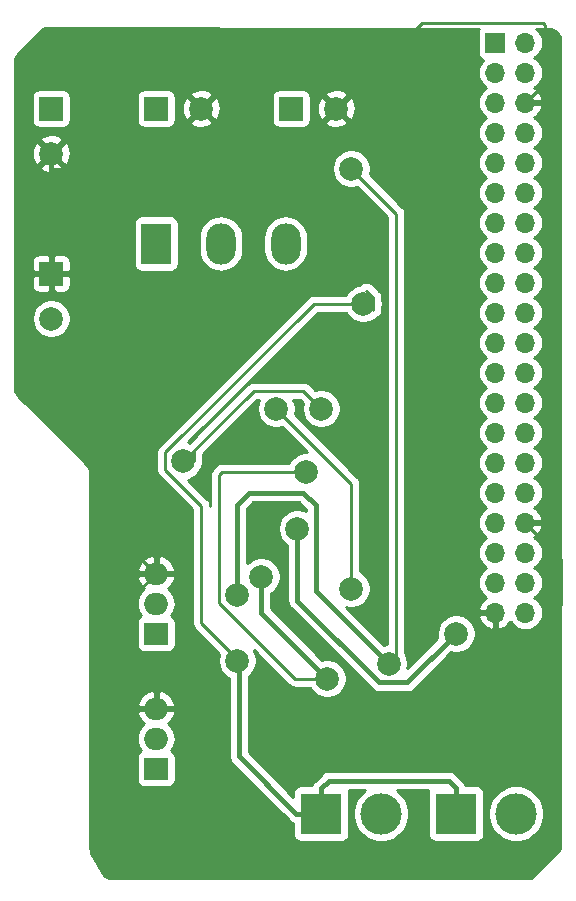
<source format=gbr>
G04 #@! TF.GenerationSoftware,KiCad,Pcbnew,5.1.4+dfsg1-1*
G04 #@! TF.CreationDate,2020-01-25T20:46:11+01:00*
G04 #@! TF.ProjectId,AstriPiCompute,41737472-6950-4694-936f-6d707574652e,rev?*
G04 #@! TF.SameCoordinates,Original*
G04 #@! TF.FileFunction,Copper,L2,Bot*
G04 #@! TF.FilePolarity,Positive*
%FSLAX46Y46*%
G04 Gerber Fmt 4.6, Leading zero omitted, Abs format (unit mm)*
G04 Created by KiCad (PCBNEW 5.1.4+dfsg1-1) date 2020-01-25 20:46:11*
%MOMM*%
%LPD*%
G04 APERTURE LIST*
%ADD10O,1.700000X1.700000*%
%ADD11R,1.700000X1.700000*%
%ADD12C,1.998980*%
%ADD13R,1.998980X1.998980*%
%ADD14C,3.500120*%
%ADD15R,3.500120X3.500120*%
%ADD16R,2.500000X3.500000*%
%ADD17O,2.500000X3.500000*%
%ADD18R,2.000000X1.905000*%
%ADD19O,2.000000X1.905000*%
%ADD20C,2.000000*%
%ADD21C,0.250000*%
%ADD22C,0.400000*%
%ADD23C,0.254000*%
G04 APERTURE END LIST*
D10*
X45212000Y-47752000D03*
X42672000Y-47752000D03*
X45212000Y-45212000D03*
X42672000Y-45212000D03*
X45212000Y-42672000D03*
X42672000Y-42672000D03*
X45212000Y-40132000D03*
X42672000Y-40132000D03*
X45212000Y-37592000D03*
X42672000Y-37592000D03*
X45212000Y-35052000D03*
X42672000Y-35052000D03*
X45212000Y-32512000D03*
X42672000Y-32512000D03*
X45212000Y-29972000D03*
X42672000Y-29972000D03*
X45212000Y-27432000D03*
X42672000Y-27432000D03*
X45212000Y-24892000D03*
X42672000Y-24892000D03*
X45212000Y-22352000D03*
X42672000Y-22352000D03*
X45212000Y-19812000D03*
X42672000Y-19812000D03*
X45212000Y-17272000D03*
X42672000Y-17272000D03*
X45212000Y-14732000D03*
X42672000Y-14732000D03*
X45212000Y-12192000D03*
X42672000Y-12192000D03*
X45212000Y-9652000D03*
X42672000Y-9652000D03*
X45212000Y-7112000D03*
X42672000Y-7112000D03*
X45212000Y-4572000D03*
X42672000Y-4572000D03*
X45212000Y-2032000D03*
X42672000Y-2032000D03*
X45212000Y508000D03*
D11*
X42672000Y508000D03*
D12*
X5080000Y-22860000D03*
D13*
X5080000Y-19050000D03*
D12*
X17780000Y-5080000D03*
D13*
X13970000Y-5080000D03*
D12*
X5080000Y-8890000D03*
D13*
X5080000Y-5080000D03*
D12*
X29210000Y-5080000D03*
D13*
X25400000Y-5080000D03*
D14*
X33020000Y-64770000D03*
D15*
X27940000Y-64770000D03*
X39370000Y-64770000D03*
D14*
X44450000Y-64770000D03*
D16*
X13970000Y-16510000D03*
D17*
X19445000Y-16510000D03*
X24920000Y-16510000D03*
D18*
X13970000Y-60960000D03*
D19*
X13970000Y-58420000D03*
X13970000Y-55880000D03*
X13970000Y-44450000D03*
X13970000Y-46990000D03*
D18*
X13970000Y-49530000D03*
D20*
X26670000Y-35814000D03*
X28448000Y-53340000D03*
X22860000Y-44704000D03*
X25908000Y-40640000D03*
X19304000Y-57404000D03*
X21590000Y-32385000D03*
X31750000Y-58420000D03*
X31242000Y-27178000D03*
X26035000Y-57150000D03*
X20828000Y-51816000D03*
X31496000Y-21590000D03*
X33655000Y-52070000D03*
X30480000Y-10160000D03*
X39370000Y-49530000D03*
X20828000Y-46228000D03*
X24130000Y-30480000D03*
X30480000Y-45720000D03*
X16256000Y-34925000D03*
X27940000Y-30480000D03*
D21*
X14017500Y-44450000D02*
X13970000Y-44450000D01*
X10160000Y-48212500D02*
X13922500Y-44450000D01*
X10160000Y-53870000D02*
X10160000Y-48212500D01*
X12170000Y-55880000D02*
X10160000Y-53870000D01*
X13970000Y-55880000D02*
X12170000Y-55880000D01*
X12700000Y-10160000D02*
X12192000Y-10160000D01*
X12192000Y-10160000D02*
X13970000Y-10160000D01*
X24130000Y-10160000D02*
X29210000Y-5080000D01*
X30209489Y-4080511D02*
X29210000Y-5080000D01*
X45212000Y-4572000D02*
X46862001Y-2921999D01*
X46862001Y-2921999D02*
X46862001Y2032999D01*
X46862001Y2032999D02*
X46736999Y2158001D01*
X46736999Y2158001D02*
X36448001Y2158001D01*
X36448001Y2158001D02*
X30209489Y-4080511D01*
X32457106Y-58420000D02*
X31750000Y-58420000D01*
X36986002Y-58420000D02*
X32457106Y-58420000D01*
X48260000Y-43180000D02*
X48260000Y-47146002D01*
X45212000Y-40132000D02*
X48260000Y-43180000D01*
X42672000Y-52734002D02*
X42623001Y-52783001D01*
X42672000Y-47752000D02*
X42672000Y-52734002D01*
X48260000Y-47146002D02*
X42623001Y-52783001D01*
X42623001Y-52783001D02*
X36986002Y-58420000D01*
X5080000Y-20299490D02*
X10668000Y-25887490D01*
X5080000Y-19050000D02*
X5080000Y-20299490D01*
X10668000Y-41195500D02*
X10668000Y-41148000D01*
X13922500Y-44450000D02*
X10668000Y-41195500D01*
X10668000Y-25887490D02*
X10668000Y-41148000D01*
X13970000Y-44450000D02*
X13922500Y-44450000D01*
D22*
X30480000Y-57150000D02*
X31750000Y-58420000D01*
X26035000Y-57150000D02*
X30480000Y-57150000D01*
X17780000Y-55880000D02*
X13970000Y-55880000D01*
X19304000Y-57404000D02*
X17780000Y-55880000D01*
X17780000Y-5080000D02*
X16780511Y-6079489D01*
D21*
X12192000Y-10160000D02*
X12954000Y-10160000D01*
D22*
X16780511Y-6333489D02*
X12954000Y-10160000D01*
X16780511Y-6079489D02*
X16780511Y-6333489D01*
D21*
X12954000Y-10160000D02*
X24130000Y-10160000D01*
X5080000Y-10160000D02*
X12192000Y-10160000D01*
D22*
X5080000Y-10303492D02*
X5080000Y-10414000D01*
X5080000Y-8890000D02*
X5080000Y-10303492D01*
D21*
X5080000Y-19050000D02*
X5080000Y-10414000D01*
X5080000Y-10414000D02*
X5080000Y-10160000D01*
X32342001Y-21061999D02*
X31770001Y-20489999D01*
X32342001Y-22118001D02*
X32342001Y-21061999D01*
X30081787Y-21590000D02*
X31496000Y-21590000D01*
X27333998Y-21590000D02*
X30081787Y-21590000D01*
X14730999Y-35657001D02*
X14730999Y-34192999D01*
X14730999Y-34192999D02*
X27333998Y-21590000D01*
X17781001Y-38707003D02*
X14730999Y-35657001D01*
X17781001Y-48642001D02*
X17781001Y-38707003D01*
X20955000Y-51816000D02*
X17781001Y-48642001D01*
D22*
X25789940Y-64770000D02*
X27940000Y-64770000D01*
X20955000Y-59935060D02*
X25789940Y-64770000D01*
X20955000Y-51816000D02*
X20955000Y-59935060D01*
X27940000Y-62619940D02*
X27940000Y-64770000D01*
X28583940Y-61976000D02*
X27940000Y-62619940D01*
X38726060Y-61976000D02*
X28583940Y-61976000D01*
X39370000Y-64770000D02*
X39370000Y-62619940D01*
X39370000Y-62619940D02*
X38726060Y-61976000D01*
X22860000Y-47752000D02*
X22860000Y-44704000D01*
X28448000Y-53340000D02*
X22860000Y-47752000D01*
D21*
X25682998Y-53340000D02*
X27033787Y-53340000D01*
X19302999Y-46960001D02*
X25682998Y-53340000D01*
X19302999Y-36069001D02*
X19302999Y-46960001D01*
X27033787Y-53340000D02*
X28448000Y-53340000D01*
X19558000Y-35814000D02*
X19302999Y-36069001D01*
X26670000Y-35814000D02*
X19558000Y-35814000D01*
X33890001Y-52469999D02*
X34290000Y-52070000D01*
X30480000Y-10160000D02*
X34290000Y-13970000D01*
X34290000Y-13970000D02*
X34290000Y-52070000D01*
X24130000Y-30480000D02*
X30480000Y-36830000D01*
X30480000Y-36830000D02*
X30480000Y-45720000D01*
X17145000Y-34058998D02*
X17145000Y-34359315D01*
X17145000Y-34359315D02*
X17145000Y-34925000D01*
X26940001Y-29480001D02*
X27940000Y-30480000D01*
X26414999Y-28954999D02*
X26940001Y-29480001D01*
X22226001Y-28954999D02*
X26414999Y-28954999D01*
X16256000Y-34925000D02*
X22226001Y-28954999D01*
D22*
X27508001Y-45923001D02*
X27508001Y-38684001D01*
X33655000Y-52070000D02*
X27508001Y-45923001D01*
X27508001Y-38684001D02*
X26416000Y-37592000D01*
X26416000Y-37592000D02*
X21844000Y-37592000D01*
X20828000Y-38608000D02*
X21844000Y-37592000D01*
X20828000Y-46228000D02*
X20828000Y-38608000D01*
X35229999Y-53670001D02*
X32842001Y-53670001D01*
X39370000Y-49530000D02*
X35229999Y-53670001D01*
X25908000Y-46736000D02*
X25908000Y-40640000D01*
X32842001Y-53670001D02*
X25908000Y-46736000D01*
D23*
G36*
X34033309Y1651010D02*
G01*
X34033588Y1651009D01*
X34037880Y1651000D01*
X41258593Y1651000D01*
X41232498Y1602180D01*
X41196188Y1482482D01*
X41183928Y1358000D01*
X41183928Y-342000D01*
X41196188Y-466482D01*
X41232498Y-586180D01*
X41291463Y-696494D01*
X41370815Y-793185D01*
X41467506Y-872537D01*
X41577820Y-931502D01*
X41646687Y-952393D01*
X41616866Y-976866D01*
X41431294Y-1202986D01*
X41293401Y-1460966D01*
X41208487Y-1740889D01*
X41179815Y-2032000D01*
X41208487Y-2323111D01*
X41293401Y-2603034D01*
X41431294Y-2861014D01*
X41616866Y-3087134D01*
X41842986Y-3272706D01*
X41897791Y-3302000D01*
X41842986Y-3331294D01*
X41616866Y-3516866D01*
X41431294Y-3742986D01*
X41293401Y-4000966D01*
X41208487Y-4280889D01*
X41179815Y-4572000D01*
X41208487Y-4863111D01*
X41293401Y-5143034D01*
X41431294Y-5401014D01*
X41616866Y-5627134D01*
X41842986Y-5812706D01*
X41897791Y-5842000D01*
X41842986Y-5871294D01*
X41616866Y-6056866D01*
X41431294Y-6282986D01*
X41293401Y-6540966D01*
X41208487Y-6820889D01*
X41179815Y-7112000D01*
X41208487Y-7403111D01*
X41293401Y-7683034D01*
X41431294Y-7941014D01*
X41616866Y-8167134D01*
X41842986Y-8352706D01*
X41897791Y-8382000D01*
X41842986Y-8411294D01*
X41616866Y-8596866D01*
X41431294Y-8822986D01*
X41293401Y-9080966D01*
X41208487Y-9360889D01*
X41179815Y-9652000D01*
X41208487Y-9943111D01*
X41293401Y-10223034D01*
X41431294Y-10481014D01*
X41616866Y-10707134D01*
X41842986Y-10892706D01*
X41897791Y-10922000D01*
X41842986Y-10951294D01*
X41616866Y-11136866D01*
X41431294Y-11362986D01*
X41293401Y-11620966D01*
X41208487Y-11900889D01*
X41179815Y-12192000D01*
X41208487Y-12483111D01*
X41293401Y-12763034D01*
X41431294Y-13021014D01*
X41616866Y-13247134D01*
X41842986Y-13432706D01*
X41897791Y-13462000D01*
X41842986Y-13491294D01*
X41616866Y-13676866D01*
X41431294Y-13902986D01*
X41293401Y-14160966D01*
X41208487Y-14440889D01*
X41179815Y-14732000D01*
X41208487Y-15023111D01*
X41293401Y-15303034D01*
X41431294Y-15561014D01*
X41616866Y-15787134D01*
X41842986Y-15972706D01*
X41897791Y-16002000D01*
X41842986Y-16031294D01*
X41616866Y-16216866D01*
X41431294Y-16442986D01*
X41293401Y-16700966D01*
X41208487Y-16980889D01*
X41179815Y-17272000D01*
X41208487Y-17563111D01*
X41293401Y-17843034D01*
X41431294Y-18101014D01*
X41616866Y-18327134D01*
X41842986Y-18512706D01*
X41897791Y-18542000D01*
X41842986Y-18571294D01*
X41616866Y-18756866D01*
X41431294Y-18982986D01*
X41293401Y-19240966D01*
X41208487Y-19520889D01*
X41179815Y-19812000D01*
X41208487Y-20103111D01*
X41293401Y-20383034D01*
X41431294Y-20641014D01*
X41616866Y-20867134D01*
X41842986Y-21052706D01*
X41897791Y-21082000D01*
X41842986Y-21111294D01*
X41616866Y-21296866D01*
X41431294Y-21522986D01*
X41293401Y-21780966D01*
X41208487Y-22060889D01*
X41179815Y-22352000D01*
X41208487Y-22643111D01*
X41293401Y-22923034D01*
X41431294Y-23181014D01*
X41616866Y-23407134D01*
X41842986Y-23592706D01*
X41897791Y-23622000D01*
X41842986Y-23651294D01*
X41616866Y-23836866D01*
X41431294Y-24062986D01*
X41293401Y-24320966D01*
X41208487Y-24600889D01*
X41179815Y-24892000D01*
X41208487Y-25183111D01*
X41293401Y-25463034D01*
X41431294Y-25721014D01*
X41616866Y-25947134D01*
X41842986Y-26132706D01*
X41897791Y-26162000D01*
X41842986Y-26191294D01*
X41616866Y-26376866D01*
X41431294Y-26602986D01*
X41293401Y-26860966D01*
X41208487Y-27140889D01*
X41179815Y-27432000D01*
X41208487Y-27723111D01*
X41293401Y-28003034D01*
X41431294Y-28261014D01*
X41616866Y-28487134D01*
X41842986Y-28672706D01*
X41897791Y-28702000D01*
X41842986Y-28731294D01*
X41616866Y-28916866D01*
X41431294Y-29142986D01*
X41293401Y-29400966D01*
X41208487Y-29680889D01*
X41179815Y-29972000D01*
X41208487Y-30263111D01*
X41293401Y-30543034D01*
X41431294Y-30801014D01*
X41616866Y-31027134D01*
X41842986Y-31212706D01*
X41897791Y-31242000D01*
X41842986Y-31271294D01*
X41616866Y-31456866D01*
X41431294Y-31682986D01*
X41293401Y-31940966D01*
X41208487Y-32220889D01*
X41179815Y-32512000D01*
X41208487Y-32803111D01*
X41293401Y-33083034D01*
X41431294Y-33341014D01*
X41616866Y-33567134D01*
X41842986Y-33752706D01*
X41897791Y-33782000D01*
X41842986Y-33811294D01*
X41616866Y-33996866D01*
X41431294Y-34222986D01*
X41293401Y-34480966D01*
X41208487Y-34760889D01*
X41179815Y-35052000D01*
X41208487Y-35343111D01*
X41293401Y-35623034D01*
X41431294Y-35881014D01*
X41616866Y-36107134D01*
X41842986Y-36292706D01*
X41897791Y-36322000D01*
X41842986Y-36351294D01*
X41616866Y-36536866D01*
X41431294Y-36762986D01*
X41293401Y-37020966D01*
X41208487Y-37300889D01*
X41179815Y-37592000D01*
X41208487Y-37883111D01*
X41293401Y-38163034D01*
X41431294Y-38421014D01*
X41616866Y-38647134D01*
X41842986Y-38832706D01*
X41897791Y-38862000D01*
X41842986Y-38891294D01*
X41616866Y-39076866D01*
X41431294Y-39302986D01*
X41293401Y-39560966D01*
X41208487Y-39840889D01*
X41179815Y-40132000D01*
X41208487Y-40423111D01*
X41293401Y-40703034D01*
X41431294Y-40961014D01*
X41616866Y-41187134D01*
X41842986Y-41372706D01*
X41897791Y-41402000D01*
X41842986Y-41431294D01*
X41616866Y-41616866D01*
X41431294Y-41842986D01*
X41293401Y-42100966D01*
X41208487Y-42380889D01*
X41179815Y-42672000D01*
X41208487Y-42963111D01*
X41293401Y-43243034D01*
X41431294Y-43501014D01*
X41616866Y-43727134D01*
X41842986Y-43912706D01*
X41897791Y-43942000D01*
X41842986Y-43971294D01*
X41616866Y-44156866D01*
X41431294Y-44382986D01*
X41293401Y-44640966D01*
X41208487Y-44920889D01*
X41179815Y-45212000D01*
X41208487Y-45503111D01*
X41293401Y-45783034D01*
X41431294Y-46041014D01*
X41616866Y-46267134D01*
X41842986Y-46452706D01*
X41907523Y-46487201D01*
X41790645Y-46556822D01*
X41574412Y-46751731D01*
X41400359Y-46985080D01*
X41275175Y-47247901D01*
X41230524Y-47395110D01*
X41351845Y-47625000D01*
X42545000Y-47625000D01*
X42545000Y-47605000D01*
X42799000Y-47605000D01*
X42799000Y-47625000D01*
X42819000Y-47625000D01*
X42819000Y-47879000D01*
X42799000Y-47879000D01*
X42799000Y-49072814D01*
X43028891Y-49193481D01*
X43303252Y-49096157D01*
X43553355Y-48947178D01*
X43769588Y-48752269D01*
X43940416Y-48523244D01*
X43971294Y-48581014D01*
X44156866Y-48807134D01*
X44382986Y-48992706D01*
X44640966Y-49130599D01*
X44920889Y-49215513D01*
X45139050Y-49237000D01*
X45284950Y-49237000D01*
X45503111Y-49215513D01*
X45783034Y-49130599D01*
X46041014Y-48992706D01*
X46267134Y-48807134D01*
X46452706Y-48581014D01*
X46590599Y-48323034D01*
X46675513Y-48043111D01*
X46704185Y-47752000D01*
X46675513Y-47460889D01*
X46590599Y-47180966D01*
X46452706Y-46922986D01*
X46267134Y-46696866D01*
X46041014Y-46511294D01*
X45986209Y-46482000D01*
X46041014Y-46452706D01*
X46267134Y-46267134D01*
X46452706Y-46041014D01*
X46590599Y-45783034D01*
X46675513Y-45503111D01*
X46704185Y-45212000D01*
X46675513Y-44920889D01*
X46590599Y-44640966D01*
X46452706Y-44382986D01*
X46267134Y-44156866D01*
X46041014Y-43971294D01*
X45986209Y-43942000D01*
X46041014Y-43912706D01*
X46267134Y-43727134D01*
X46452706Y-43501014D01*
X46590599Y-43243034D01*
X46675513Y-42963111D01*
X46704185Y-42672000D01*
X46675513Y-42380889D01*
X46590599Y-42100966D01*
X46452706Y-41842986D01*
X46267134Y-41616866D01*
X46041014Y-41431294D01*
X45976477Y-41396799D01*
X46093355Y-41327178D01*
X46309588Y-41132269D01*
X46483641Y-40898920D01*
X46608825Y-40636099D01*
X46653476Y-40488890D01*
X46532155Y-40259000D01*
X45339000Y-40259000D01*
X45339000Y-40279000D01*
X45085000Y-40279000D01*
X45085000Y-40259000D01*
X45065000Y-40259000D01*
X45065000Y-40005000D01*
X45085000Y-40005000D01*
X45085000Y-39985000D01*
X45339000Y-39985000D01*
X45339000Y-40005000D01*
X46532155Y-40005000D01*
X46653476Y-39775110D01*
X46608825Y-39627901D01*
X46483641Y-39365080D01*
X46309588Y-39131731D01*
X46093355Y-38936822D01*
X45976477Y-38867201D01*
X46041014Y-38832706D01*
X46267134Y-38647134D01*
X46452706Y-38421014D01*
X46590599Y-38163034D01*
X46675513Y-37883111D01*
X46704185Y-37592000D01*
X46675513Y-37300889D01*
X46590599Y-37020966D01*
X46452706Y-36762986D01*
X46267134Y-36536866D01*
X46041014Y-36351294D01*
X45986209Y-36322000D01*
X46041014Y-36292706D01*
X46267134Y-36107134D01*
X46452706Y-35881014D01*
X46590599Y-35623034D01*
X46675513Y-35343111D01*
X46704185Y-35052000D01*
X46675513Y-34760889D01*
X46590599Y-34480966D01*
X46452706Y-34222986D01*
X46267134Y-33996866D01*
X46041014Y-33811294D01*
X45986209Y-33782000D01*
X46041014Y-33752706D01*
X46267134Y-33567134D01*
X46452706Y-33341014D01*
X46590599Y-33083034D01*
X46675513Y-32803111D01*
X46704185Y-32512000D01*
X46675513Y-32220889D01*
X46590599Y-31940966D01*
X46452706Y-31682986D01*
X46267134Y-31456866D01*
X46041014Y-31271294D01*
X45986209Y-31242000D01*
X46041014Y-31212706D01*
X46267134Y-31027134D01*
X46452706Y-30801014D01*
X46590599Y-30543034D01*
X46675513Y-30263111D01*
X46704185Y-29972000D01*
X46675513Y-29680889D01*
X46590599Y-29400966D01*
X46452706Y-29142986D01*
X46267134Y-28916866D01*
X46041014Y-28731294D01*
X45986209Y-28702000D01*
X46041014Y-28672706D01*
X46267134Y-28487134D01*
X46452706Y-28261014D01*
X46590599Y-28003034D01*
X46675513Y-27723111D01*
X46704185Y-27432000D01*
X46675513Y-27140889D01*
X46590599Y-26860966D01*
X46452706Y-26602986D01*
X46267134Y-26376866D01*
X46041014Y-26191294D01*
X45986209Y-26162000D01*
X46041014Y-26132706D01*
X46267134Y-25947134D01*
X46452706Y-25721014D01*
X46590599Y-25463034D01*
X46675513Y-25183111D01*
X46704185Y-24892000D01*
X46675513Y-24600889D01*
X46590599Y-24320966D01*
X46452706Y-24062986D01*
X46267134Y-23836866D01*
X46041014Y-23651294D01*
X45986209Y-23622000D01*
X46041014Y-23592706D01*
X46267134Y-23407134D01*
X46452706Y-23181014D01*
X46590599Y-22923034D01*
X46675513Y-22643111D01*
X46704185Y-22352000D01*
X46675513Y-22060889D01*
X46590599Y-21780966D01*
X46452706Y-21522986D01*
X46267134Y-21296866D01*
X46041014Y-21111294D01*
X45986209Y-21082000D01*
X46041014Y-21052706D01*
X46267134Y-20867134D01*
X46452706Y-20641014D01*
X46590599Y-20383034D01*
X46675513Y-20103111D01*
X46704185Y-19812000D01*
X46675513Y-19520889D01*
X46590599Y-19240966D01*
X46452706Y-18982986D01*
X46267134Y-18756866D01*
X46041014Y-18571294D01*
X45986209Y-18542000D01*
X46041014Y-18512706D01*
X46267134Y-18327134D01*
X46452706Y-18101014D01*
X46590599Y-17843034D01*
X46675513Y-17563111D01*
X46704185Y-17272000D01*
X46675513Y-16980889D01*
X46590599Y-16700966D01*
X46452706Y-16442986D01*
X46267134Y-16216866D01*
X46041014Y-16031294D01*
X45986209Y-16002000D01*
X46041014Y-15972706D01*
X46267134Y-15787134D01*
X46452706Y-15561014D01*
X46590599Y-15303034D01*
X46675513Y-15023111D01*
X46704185Y-14732000D01*
X46675513Y-14440889D01*
X46590599Y-14160966D01*
X46452706Y-13902986D01*
X46267134Y-13676866D01*
X46041014Y-13491294D01*
X45986209Y-13462000D01*
X46041014Y-13432706D01*
X46267134Y-13247134D01*
X46452706Y-13021014D01*
X46590599Y-12763034D01*
X46675513Y-12483111D01*
X46704185Y-12192000D01*
X46675513Y-11900889D01*
X46590599Y-11620966D01*
X46452706Y-11362986D01*
X46267134Y-11136866D01*
X46041014Y-10951294D01*
X45986209Y-10922000D01*
X46041014Y-10892706D01*
X46267134Y-10707134D01*
X46452706Y-10481014D01*
X46590599Y-10223034D01*
X46675513Y-9943111D01*
X46704185Y-9652000D01*
X46675513Y-9360889D01*
X46590599Y-9080966D01*
X46452706Y-8822986D01*
X46267134Y-8596866D01*
X46041014Y-8411294D01*
X45986209Y-8382000D01*
X46041014Y-8352706D01*
X46267134Y-8167134D01*
X46452706Y-7941014D01*
X46590599Y-7683034D01*
X46675513Y-7403111D01*
X46704185Y-7112000D01*
X46675513Y-6820889D01*
X46590599Y-6540966D01*
X46452706Y-6282986D01*
X46267134Y-6056866D01*
X46041014Y-5871294D01*
X45976477Y-5836799D01*
X46093355Y-5767178D01*
X46309588Y-5572269D01*
X46483641Y-5338920D01*
X46608825Y-5076099D01*
X46653476Y-4928890D01*
X46532155Y-4699000D01*
X45339000Y-4699000D01*
X45339000Y-4719000D01*
X45085000Y-4719000D01*
X45085000Y-4699000D01*
X45065000Y-4699000D01*
X45065000Y-4445000D01*
X45085000Y-4445000D01*
X45085000Y-4425000D01*
X45339000Y-4425000D01*
X45339000Y-4445000D01*
X46532155Y-4445000D01*
X46653476Y-4215110D01*
X46608825Y-4067901D01*
X46483641Y-3805080D01*
X46309588Y-3571731D01*
X46093355Y-3376822D01*
X45976477Y-3307201D01*
X46041014Y-3272706D01*
X46267134Y-3087134D01*
X46452706Y-2861014D01*
X46590599Y-2603034D01*
X46675513Y-2323111D01*
X46704185Y-2032000D01*
X46675513Y-1740889D01*
X46590599Y-1460966D01*
X46452706Y-1202986D01*
X46267134Y-976866D01*
X46041014Y-791294D01*
X45986209Y-762000D01*
X46041014Y-732706D01*
X46267134Y-547134D01*
X46452706Y-321014D01*
X46590599Y-63034D01*
X46675513Y216889D01*
X46704185Y508000D01*
X46675513Y799111D01*
X46590599Y1079034D01*
X46452706Y1337014D01*
X46267134Y1563134D01*
X46160069Y1651000D01*
X47253766Y1651000D01*
X47430189Y1633624D01*
X47593850Y1583978D01*
X47744672Y1503362D01*
X47876870Y1394870D01*
X47985362Y1262672D01*
X48065978Y1111850D01*
X48115624Y948189D01*
X48133000Y771766D01*
X48133000Y-67773619D01*
X45675620Y-70231000D01*
X10135633Y-70231000D01*
X9940713Y-70209742D01*
X9761532Y-70149188D01*
X9599618Y-70051436D01*
X9462579Y-69921077D01*
X9352987Y-69758494D01*
X8486052Y-68111317D01*
X8408400Y-67907098D01*
X8382000Y-67690205D01*
X8382000Y-58420000D01*
X12327319Y-58420000D01*
X12357970Y-58731204D01*
X12448745Y-59030449D01*
X12596155Y-59306235D01*
X12699446Y-59432095D01*
X12615506Y-59476963D01*
X12518815Y-59556315D01*
X12439463Y-59653006D01*
X12380498Y-59763320D01*
X12344188Y-59883018D01*
X12331928Y-60007500D01*
X12331928Y-61912500D01*
X12344188Y-62036982D01*
X12380498Y-62156680D01*
X12439463Y-62266994D01*
X12518815Y-62363685D01*
X12615506Y-62443037D01*
X12725820Y-62502002D01*
X12845518Y-62538312D01*
X12970000Y-62550572D01*
X14970000Y-62550572D01*
X15094482Y-62538312D01*
X15214180Y-62502002D01*
X15324494Y-62443037D01*
X15421185Y-62363685D01*
X15500537Y-62266994D01*
X15559502Y-62156680D01*
X15595812Y-62036982D01*
X15608072Y-61912500D01*
X15608072Y-60007500D01*
X15595812Y-59883018D01*
X15559502Y-59763320D01*
X15500537Y-59653006D01*
X15421185Y-59556315D01*
X15324494Y-59476963D01*
X15240554Y-59432095D01*
X15343845Y-59306235D01*
X15491255Y-59030449D01*
X15582030Y-58731204D01*
X15612681Y-58420000D01*
X15582030Y-58108796D01*
X15491255Y-57809551D01*
X15343845Y-57533765D01*
X15145463Y-57292037D01*
X14966101Y-57144837D01*
X15151315Y-56989437D01*
X15345969Y-56746923D01*
X15489571Y-56471094D01*
X15560563Y-56252980D01*
X15440594Y-56007000D01*
X14097000Y-56007000D01*
X14097000Y-56027000D01*
X13843000Y-56027000D01*
X13843000Y-56007000D01*
X12499406Y-56007000D01*
X12379437Y-56252980D01*
X12450429Y-56471094D01*
X12594031Y-56746923D01*
X12788685Y-56989437D01*
X12973899Y-57144837D01*
X12794537Y-57292037D01*
X12596155Y-57533765D01*
X12448745Y-57809551D01*
X12357970Y-58108796D01*
X12327319Y-58420000D01*
X8382000Y-58420000D01*
X8382000Y-55507020D01*
X12379437Y-55507020D01*
X12499406Y-55753000D01*
X13843000Y-55753000D01*
X13843000Y-54454430D01*
X14097000Y-54454430D01*
X14097000Y-55753000D01*
X15440594Y-55753000D01*
X15560563Y-55507020D01*
X15489571Y-55288906D01*
X15345969Y-55013077D01*
X15151315Y-54770563D01*
X14913089Y-54570684D01*
X14640446Y-54421121D01*
X14343863Y-54327622D01*
X14097000Y-54454430D01*
X13843000Y-54454430D01*
X13596137Y-54327622D01*
X13299554Y-54421121D01*
X13026911Y-54570684D01*
X12788685Y-54770563D01*
X12594031Y-55013077D01*
X12450429Y-55288906D01*
X12379437Y-55507020D01*
X8382000Y-55507020D01*
X8382000Y-46990000D01*
X12327319Y-46990000D01*
X12357970Y-47301204D01*
X12448745Y-47600449D01*
X12596155Y-47876235D01*
X12699446Y-48002095D01*
X12615506Y-48046963D01*
X12518815Y-48126315D01*
X12439463Y-48223006D01*
X12380498Y-48333320D01*
X12344188Y-48453018D01*
X12331928Y-48577500D01*
X12331928Y-50482500D01*
X12344188Y-50606982D01*
X12380498Y-50726680D01*
X12439463Y-50836994D01*
X12518815Y-50933685D01*
X12615506Y-51013037D01*
X12725820Y-51072002D01*
X12845518Y-51108312D01*
X12970000Y-51120572D01*
X14970000Y-51120572D01*
X15094482Y-51108312D01*
X15214180Y-51072002D01*
X15324494Y-51013037D01*
X15421185Y-50933685D01*
X15500537Y-50836994D01*
X15559502Y-50726680D01*
X15595812Y-50606982D01*
X15608072Y-50482500D01*
X15608072Y-48577500D01*
X15595812Y-48453018D01*
X15559502Y-48333320D01*
X15500537Y-48223006D01*
X15421185Y-48126315D01*
X15324494Y-48046963D01*
X15240554Y-48002095D01*
X15343845Y-47876235D01*
X15491255Y-47600449D01*
X15582030Y-47301204D01*
X15612681Y-46990000D01*
X15582030Y-46678796D01*
X15491255Y-46379551D01*
X15343845Y-46103765D01*
X15145463Y-45862037D01*
X14966101Y-45714837D01*
X15151315Y-45559437D01*
X15345969Y-45316923D01*
X15489571Y-45041094D01*
X15560563Y-44822980D01*
X15440594Y-44577000D01*
X14097000Y-44577000D01*
X14097000Y-44597000D01*
X13843000Y-44597000D01*
X13843000Y-44577000D01*
X12499406Y-44577000D01*
X12379437Y-44822980D01*
X12450429Y-45041094D01*
X12594031Y-45316923D01*
X12788685Y-45559437D01*
X12973899Y-45714837D01*
X12794537Y-45862037D01*
X12596155Y-46103765D01*
X12448745Y-46379551D01*
X12357970Y-46678796D01*
X12327319Y-46990000D01*
X8382000Y-46990000D01*
X8382000Y-44077020D01*
X12379437Y-44077020D01*
X12499406Y-44323000D01*
X13843000Y-44323000D01*
X13843000Y-43024430D01*
X14097000Y-43024430D01*
X14097000Y-44323000D01*
X15440594Y-44323000D01*
X15560563Y-44077020D01*
X15489571Y-43858906D01*
X15345969Y-43583077D01*
X15151315Y-43340563D01*
X14913089Y-43140684D01*
X14640446Y-42991121D01*
X14343863Y-42897622D01*
X14097000Y-43024430D01*
X13843000Y-43024430D01*
X13596137Y-42897622D01*
X13299554Y-42991121D01*
X13026911Y-43140684D01*
X12788685Y-43340563D01*
X12594031Y-43583077D01*
X12450429Y-43858906D01*
X12379437Y-44077020D01*
X8382000Y-44077020D01*
X8382000Y-35974214D01*
X8381388Y-35961766D01*
X8362173Y-35766675D01*
X8357317Y-35742257D01*
X8300412Y-35554664D01*
X8290884Y-35531663D01*
X8198474Y-35358776D01*
X8184642Y-35338075D01*
X8060279Y-35186539D01*
X8051910Y-35177304D01*
X7067605Y-34192999D01*
X13967323Y-34192999D01*
X13971000Y-34230331D01*
X13970999Y-35619678D01*
X13967323Y-35657001D01*
X13970999Y-35694323D01*
X13970999Y-35694333D01*
X13981996Y-35805986D01*
X14016586Y-35920015D01*
X14025453Y-35949247D01*
X14096025Y-36081277D01*
X14116517Y-36106246D01*
X14190998Y-36197002D01*
X14220002Y-36220805D01*
X17021002Y-39021806D01*
X17021001Y-48604679D01*
X17017325Y-48642001D01*
X17021001Y-48679323D01*
X17021001Y-48679333D01*
X17031998Y-48790986D01*
X17044550Y-48832364D01*
X17075455Y-48934247D01*
X17146027Y-49066277D01*
X17170549Y-49096157D01*
X17241000Y-49182002D01*
X17270004Y-49205805D01*
X19299020Y-51234823D01*
X19255832Y-51339088D01*
X19193000Y-51654967D01*
X19193000Y-51977033D01*
X19255832Y-52292912D01*
X19379082Y-52590463D01*
X19558013Y-52858252D01*
X19785748Y-53085987D01*
X20053537Y-53264918D01*
X20120000Y-53292448D01*
X20120001Y-59894031D01*
X20115960Y-59935060D01*
X20132082Y-60098748D01*
X20179828Y-60256146D01*
X20179829Y-60256147D01*
X20257365Y-60401206D01*
X20361710Y-60528351D01*
X20393574Y-60554501D01*
X25170503Y-65331432D01*
X25196649Y-65363291D01*
X25228508Y-65389437D01*
X25228510Y-65389439D01*
X25274632Y-65427290D01*
X25323794Y-65467636D01*
X25468853Y-65545172D01*
X25551868Y-65570354D01*
X25551868Y-66520060D01*
X25564128Y-66644542D01*
X25600438Y-66764240D01*
X25659403Y-66874554D01*
X25738755Y-66971245D01*
X25835446Y-67050597D01*
X25945760Y-67109562D01*
X26065458Y-67145872D01*
X26189940Y-67158132D01*
X29690060Y-67158132D01*
X29814542Y-67145872D01*
X29934240Y-67109562D01*
X30044554Y-67050597D01*
X30141245Y-66971245D01*
X30220597Y-66874554D01*
X30279562Y-66764240D01*
X30315872Y-66644542D01*
X30328132Y-66520060D01*
X30328132Y-63019940D01*
X30315872Y-62895458D01*
X30290252Y-62811000D01*
X31658856Y-62811000D01*
X31499613Y-62917403D01*
X31167403Y-63249613D01*
X30906387Y-63640251D01*
X30726597Y-64074304D01*
X30634940Y-64535092D01*
X30634940Y-65004908D01*
X30726597Y-65465696D01*
X30906387Y-65899749D01*
X31167403Y-66290387D01*
X31499613Y-66622597D01*
X31890251Y-66883613D01*
X32324304Y-67063403D01*
X32785092Y-67155060D01*
X33254908Y-67155060D01*
X33715696Y-67063403D01*
X34149749Y-66883613D01*
X34540387Y-66622597D01*
X34872597Y-66290387D01*
X35133613Y-65899749D01*
X35313403Y-65465696D01*
X35405060Y-65004908D01*
X35405060Y-64535092D01*
X35313403Y-64074304D01*
X35133613Y-63640251D01*
X34872597Y-63249613D01*
X34540387Y-62917403D01*
X34381144Y-62811000D01*
X37019748Y-62811000D01*
X36994128Y-62895458D01*
X36981868Y-63019940D01*
X36981868Y-66520060D01*
X36994128Y-66644542D01*
X37030438Y-66764240D01*
X37089403Y-66874554D01*
X37168755Y-66971245D01*
X37265446Y-67050597D01*
X37375760Y-67109562D01*
X37495458Y-67145872D01*
X37619940Y-67158132D01*
X41120060Y-67158132D01*
X41244542Y-67145872D01*
X41364240Y-67109562D01*
X41474554Y-67050597D01*
X41571245Y-66971245D01*
X41650597Y-66874554D01*
X41709562Y-66764240D01*
X41745872Y-66644542D01*
X41758132Y-66520060D01*
X41758132Y-64535092D01*
X42064940Y-64535092D01*
X42064940Y-65004908D01*
X42156597Y-65465696D01*
X42336387Y-65899749D01*
X42597403Y-66290387D01*
X42929613Y-66622597D01*
X43320251Y-66883613D01*
X43754304Y-67063403D01*
X44215092Y-67155060D01*
X44684908Y-67155060D01*
X45145696Y-67063403D01*
X45579749Y-66883613D01*
X45970387Y-66622597D01*
X46302597Y-66290387D01*
X46563613Y-65899749D01*
X46743403Y-65465696D01*
X46835060Y-65004908D01*
X46835060Y-64535092D01*
X46743403Y-64074304D01*
X46563613Y-63640251D01*
X46302597Y-63249613D01*
X45970387Y-62917403D01*
X45579749Y-62656387D01*
X45145696Y-62476597D01*
X44684908Y-62384940D01*
X44215092Y-62384940D01*
X43754304Y-62476597D01*
X43320251Y-62656387D01*
X42929613Y-62917403D01*
X42597403Y-63249613D01*
X42336387Y-63640251D01*
X42156597Y-64074304D01*
X42064940Y-64535092D01*
X41758132Y-64535092D01*
X41758132Y-63019940D01*
X41745872Y-62895458D01*
X41709562Y-62775760D01*
X41650597Y-62665446D01*
X41571245Y-62568755D01*
X41474554Y-62489403D01*
X41364240Y-62430438D01*
X41244542Y-62394128D01*
X41120060Y-62381868D01*
X40170354Y-62381868D01*
X40145172Y-62298853D01*
X40067636Y-62153794D01*
X40056060Y-62139688D01*
X39989439Y-62058510D01*
X39989437Y-62058508D01*
X39963291Y-62026649D01*
X39931431Y-62000502D01*
X39345505Y-61414578D01*
X39319351Y-61382709D01*
X39192206Y-61278364D01*
X39047147Y-61200828D01*
X38889749Y-61153082D01*
X38767079Y-61141000D01*
X38767078Y-61141000D01*
X38726060Y-61136960D01*
X38685042Y-61141000D01*
X28624958Y-61141000D01*
X28583940Y-61136960D01*
X28542922Y-61141000D01*
X28542921Y-61141000D01*
X28420251Y-61153082D01*
X28262853Y-61200828D01*
X28117794Y-61278364D01*
X27990649Y-61382709D01*
X27964502Y-61414569D01*
X27378578Y-62000495D01*
X27346709Y-62026649D01*
X27242365Y-62153794D01*
X27242364Y-62153795D01*
X27164828Y-62298854D01*
X27139646Y-62381868D01*
X26189940Y-62381868D01*
X26065458Y-62394128D01*
X25945760Y-62430438D01*
X25835446Y-62489403D01*
X25738755Y-62568755D01*
X25659403Y-62665446D01*
X25600438Y-62775760D01*
X25564128Y-62895458D01*
X25551868Y-63019940D01*
X25551868Y-63351059D01*
X21790000Y-59589193D01*
X21790000Y-53139610D01*
X21870252Y-53085987D01*
X22097987Y-52858252D01*
X22276918Y-52590463D01*
X22400168Y-52292912D01*
X22463000Y-51977033D01*
X22463000Y-51654967D01*
X22400168Y-51339088D01*
X22276918Y-51041537D01*
X22210838Y-50942642D01*
X25119199Y-53851003D01*
X25142997Y-53880001D01*
X25171995Y-53903799D01*
X25258721Y-53974974D01*
X25375953Y-54037636D01*
X25390751Y-54045546D01*
X25534012Y-54089003D01*
X25645665Y-54100000D01*
X25645674Y-54100000D01*
X25682997Y-54103676D01*
X25720320Y-54100000D01*
X26993091Y-54100000D01*
X26999082Y-54114463D01*
X27178013Y-54382252D01*
X27405748Y-54609987D01*
X27673537Y-54788918D01*
X27971088Y-54912168D01*
X28286967Y-54975000D01*
X28609033Y-54975000D01*
X28924912Y-54912168D01*
X29222463Y-54788918D01*
X29490252Y-54609987D01*
X29717987Y-54382252D01*
X29896918Y-54114463D01*
X30020168Y-53816912D01*
X30083000Y-53501033D01*
X30083000Y-53178967D01*
X30020168Y-52863088D01*
X29896918Y-52565537D01*
X29717987Y-52297748D01*
X29490252Y-52070013D01*
X29222463Y-51891082D01*
X28924912Y-51767832D01*
X28609033Y-51705000D01*
X28286967Y-51705000D01*
X28042496Y-51753628D01*
X23695000Y-47406133D01*
X23695000Y-46112468D01*
X23902252Y-45973987D01*
X24129987Y-45746252D01*
X24308918Y-45478463D01*
X24432168Y-45180912D01*
X24495000Y-44865033D01*
X24495000Y-44542967D01*
X24432168Y-44227088D01*
X24308918Y-43929537D01*
X24129987Y-43661748D01*
X23902252Y-43434013D01*
X23634463Y-43255082D01*
X23336912Y-43131832D01*
X23021033Y-43069000D01*
X22698967Y-43069000D01*
X22383088Y-43131832D01*
X22085537Y-43255082D01*
X21817748Y-43434013D01*
X21663000Y-43588761D01*
X21663000Y-38953867D01*
X22189868Y-38427000D01*
X26070133Y-38427000D01*
X26673002Y-39029870D01*
X26673002Y-39187163D01*
X26384912Y-39067832D01*
X26069033Y-39005000D01*
X25746967Y-39005000D01*
X25431088Y-39067832D01*
X25133537Y-39191082D01*
X24865748Y-39370013D01*
X24638013Y-39597748D01*
X24459082Y-39865537D01*
X24335832Y-40163088D01*
X24273000Y-40478967D01*
X24273000Y-40801033D01*
X24335832Y-41116912D01*
X24459082Y-41414463D01*
X24638013Y-41682252D01*
X24865748Y-41909987D01*
X25073001Y-42048469D01*
X25073000Y-46694981D01*
X25068960Y-46736000D01*
X25077361Y-46821291D01*
X25085082Y-46899688D01*
X25132828Y-47057086D01*
X25210364Y-47202145D01*
X25314709Y-47329291D01*
X25346579Y-47355446D01*
X32222560Y-54231428D01*
X32248710Y-54263292D01*
X32375855Y-54367637D01*
X32520914Y-54445173D01*
X32678312Y-54492919D01*
X32800982Y-54505001D01*
X32800992Y-54505001D01*
X32842000Y-54509040D01*
X32883008Y-54505001D01*
X35188981Y-54505001D01*
X35229999Y-54509041D01*
X35271017Y-54505001D01*
X35271018Y-54505001D01*
X35393688Y-54492919D01*
X35551086Y-54445173D01*
X35696145Y-54367637D01*
X35823290Y-54263292D01*
X35849445Y-54231422D01*
X38964497Y-51116372D01*
X39208967Y-51165000D01*
X39531033Y-51165000D01*
X39846912Y-51102168D01*
X40144463Y-50978918D01*
X40412252Y-50799987D01*
X40639987Y-50572252D01*
X40818918Y-50304463D01*
X40942168Y-50006912D01*
X41005000Y-49691033D01*
X41005000Y-49368967D01*
X40942168Y-49053088D01*
X40818918Y-48755537D01*
X40639987Y-48487748D01*
X40412252Y-48260013D01*
X40186081Y-48108890D01*
X41230524Y-48108890D01*
X41275175Y-48256099D01*
X41400359Y-48518920D01*
X41574412Y-48752269D01*
X41790645Y-48947178D01*
X42040748Y-49096157D01*
X42315109Y-49193481D01*
X42545000Y-49072814D01*
X42545000Y-47879000D01*
X41351845Y-47879000D01*
X41230524Y-48108890D01*
X40186081Y-48108890D01*
X40144463Y-48081082D01*
X39846912Y-47957832D01*
X39531033Y-47895000D01*
X39208967Y-47895000D01*
X38893088Y-47957832D01*
X38595537Y-48081082D01*
X38327748Y-48260013D01*
X38100013Y-48487748D01*
X37921082Y-48755537D01*
X37797832Y-49053088D01*
X37735000Y-49368967D01*
X37735000Y-49691033D01*
X37783628Y-49935503D01*
X35240812Y-52478321D01*
X35290000Y-52231033D01*
X35290000Y-51908967D01*
X35227168Y-51593088D01*
X35103918Y-51295537D01*
X35050000Y-51214843D01*
X35050000Y-14007325D01*
X35053676Y-13970000D01*
X35050000Y-13932675D01*
X35050000Y-13932667D01*
X35039003Y-13821014D01*
X34995546Y-13677753D01*
X34924974Y-13545724D01*
X34830001Y-13429999D01*
X34801004Y-13406202D01*
X32046177Y-10651376D01*
X32052168Y-10636912D01*
X32115000Y-10321033D01*
X32115000Y-9998967D01*
X32052168Y-9683088D01*
X31928918Y-9385537D01*
X31749987Y-9117748D01*
X31522252Y-8890013D01*
X31254463Y-8711082D01*
X30956912Y-8587832D01*
X30641033Y-8525000D01*
X30318967Y-8525000D01*
X30003088Y-8587832D01*
X29705537Y-8711082D01*
X29437748Y-8890013D01*
X29210013Y-9117748D01*
X29031082Y-9385537D01*
X28907832Y-9683088D01*
X28845000Y-9998967D01*
X28845000Y-10321033D01*
X28907832Y-10636912D01*
X29031082Y-10934463D01*
X29210013Y-11202252D01*
X29437748Y-11429987D01*
X29705537Y-11608918D01*
X30003088Y-11732168D01*
X30318967Y-11795000D01*
X30641033Y-11795000D01*
X30956912Y-11732168D01*
X30971376Y-11726177D01*
X33530000Y-14284802D01*
X33530001Y-50435000D01*
X33493967Y-50435000D01*
X33249496Y-50483628D01*
X30071679Y-47305812D01*
X30318967Y-47355000D01*
X30641033Y-47355000D01*
X30956912Y-47292168D01*
X31254463Y-47168918D01*
X31522252Y-46989987D01*
X31749987Y-46762252D01*
X31928918Y-46494463D01*
X32052168Y-46196912D01*
X32115000Y-45881033D01*
X32115000Y-45558967D01*
X32052168Y-45243088D01*
X31928918Y-44945537D01*
X31749987Y-44677748D01*
X31522252Y-44450013D01*
X31254463Y-44271082D01*
X31240000Y-44265091D01*
X31240000Y-36867322D01*
X31243676Y-36829999D01*
X31240000Y-36792676D01*
X31240000Y-36792667D01*
X31229003Y-36681014D01*
X31185546Y-36537753D01*
X31138092Y-36448974D01*
X31114974Y-36405723D01*
X31043799Y-36318997D01*
X31020001Y-36289999D01*
X30991004Y-36266202D01*
X25696177Y-30971376D01*
X25702168Y-30956912D01*
X25765000Y-30641033D01*
X25765000Y-30318967D01*
X25702168Y-30003088D01*
X25582837Y-29714999D01*
X26100198Y-29714999D01*
X26373823Y-29988625D01*
X26367832Y-30003088D01*
X26305000Y-30318967D01*
X26305000Y-30641033D01*
X26367832Y-30956912D01*
X26491082Y-31254463D01*
X26670013Y-31522252D01*
X26897748Y-31749987D01*
X27165537Y-31928918D01*
X27463088Y-32052168D01*
X27778967Y-32115000D01*
X28101033Y-32115000D01*
X28416912Y-32052168D01*
X28714463Y-31928918D01*
X28982252Y-31749987D01*
X29209987Y-31522252D01*
X29388918Y-31254463D01*
X29512168Y-30956912D01*
X29575000Y-30641033D01*
X29575000Y-30318967D01*
X29512168Y-30003088D01*
X29388918Y-29705537D01*
X29209987Y-29437748D01*
X28982252Y-29210013D01*
X28714463Y-29031082D01*
X28416912Y-28907832D01*
X28101033Y-28845000D01*
X27778967Y-28845000D01*
X27463088Y-28907832D01*
X27448625Y-28913823D01*
X26978802Y-28444001D01*
X26955000Y-28414998D01*
X26839275Y-28320025D01*
X26707246Y-28249453D01*
X26563985Y-28205996D01*
X26452332Y-28194999D01*
X26452321Y-28194999D01*
X26414999Y-28191323D01*
X26377677Y-28194999D01*
X22263323Y-28194999D01*
X22226000Y-28191323D01*
X22188677Y-28194999D01*
X22188668Y-28194999D01*
X22077015Y-28205996D01*
X21933754Y-28249453D01*
X21801725Y-28320025D01*
X21801723Y-28320026D01*
X21801724Y-28320026D01*
X21714997Y-28391200D01*
X21714993Y-28391204D01*
X21686000Y-28414998D01*
X21662206Y-28443991D01*
X16747376Y-33358823D01*
X16732912Y-33352832D01*
X16660392Y-33338407D01*
X27648800Y-22350000D01*
X30041091Y-22350000D01*
X30047082Y-22364463D01*
X30226013Y-22632252D01*
X30453748Y-22859987D01*
X30721537Y-23038918D01*
X31019088Y-23162168D01*
X31334967Y-23225000D01*
X31657033Y-23225000D01*
X31972912Y-23162168D01*
X32270463Y-23038918D01*
X32538252Y-22859987D01*
X32548760Y-22849479D01*
X32634247Y-22823547D01*
X32766276Y-22752975D01*
X32882002Y-22658002D01*
X32976975Y-22542277D01*
X33047547Y-22410248D01*
X33091004Y-22266987D01*
X33102001Y-22155334D01*
X33102001Y-21896821D01*
X33131000Y-21751033D01*
X33131000Y-21428967D01*
X33102001Y-21283179D01*
X33102001Y-21099321D01*
X33105677Y-21061998D01*
X33102001Y-21024675D01*
X33102001Y-21024666D01*
X33091004Y-20913013D01*
X33047547Y-20769752D01*
X32976975Y-20637723D01*
X32882002Y-20521998D01*
X32853003Y-20498199D01*
X32281003Y-19926200D01*
X32194277Y-19855025D01*
X32062247Y-19784453D01*
X31918986Y-19740997D01*
X31770001Y-19726323D01*
X31621016Y-19740997D01*
X31477755Y-19784453D01*
X31345725Y-19855025D01*
X31230000Y-19949998D01*
X31204616Y-19980928D01*
X31019088Y-20017832D01*
X30721537Y-20141082D01*
X30453748Y-20320013D01*
X30226013Y-20547748D01*
X30047082Y-20815537D01*
X30041091Y-20830000D01*
X27371320Y-20830000D01*
X27333997Y-20826324D01*
X27296674Y-20830000D01*
X27296665Y-20830000D01*
X27185012Y-20840997D01*
X27041751Y-20884454D01*
X26909721Y-20955026D01*
X26853701Y-21001001D01*
X26793997Y-21049999D01*
X26770199Y-21078997D01*
X14219997Y-33629200D01*
X14190999Y-33652998D01*
X14167201Y-33681996D01*
X14167200Y-33681997D01*
X14096025Y-33768723D01*
X14025453Y-33900753D01*
X13981997Y-34044014D01*
X13967323Y-34192999D01*
X7067605Y-34192999D01*
X2292102Y-29417496D01*
X2179637Y-29280458D01*
X2099022Y-29129637D01*
X2049376Y-28965976D01*
X2032000Y-28789552D01*
X2032000Y-22699017D01*
X3445510Y-22699017D01*
X3445510Y-23020983D01*
X3508322Y-23336763D01*
X3631533Y-23634222D01*
X3810408Y-23901927D01*
X4038073Y-24129592D01*
X4305778Y-24308467D01*
X4603237Y-24431678D01*
X4919017Y-24494490D01*
X5240983Y-24494490D01*
X5556763Y-24431678D01*
X5854222Y-24308467D01*
X6121927Y-24129592D01*
X6349592Y-23901927D01*
X6528467Y-23634222D01*
X6651678Y-23336763D01*
X6714490Y-23020983D01*
X6714490Y-22699017D01*
X6651678Y-22383237D01*
X6528467Y-22085778D01*
X6349592Y-21818073D01*
X6121927Y-21590408D01*
X5854222Y-21411533D01*
X5556763Y-21288322D01*
X5240983Y-21225510D01*
X4919017Y-21225510D01*
X4603237Y-21288322D01*
X4305778Y-21411533D01*
X4038073Y-21590408D01*
X3810408Y-21818073D01*
X3631533Y-22085778D01*
X3508322Y-22383237D01*
X3445510Y-22699017D01*
X2032000Y-22699017D01*
X2032000Y-20049490D01*
X3442438Y-20049490D01*
X3454698Y-20173972D01*
X3491008Y-20293670D01*
X3549973Y-20403984D01*
X3629325Y-20500675D01*
X3726016Y-20580027D01*
X3836330Y-20638992D01*
X3956028Y-20675302D01*
X4080510Y-20687562D01*
X4794250Y-20684490D01*
X4953000Y-20525740D01*
X4953000Y-19177000D01*
X5207000Y-19177000D01*
X5207000Y-20525740D01*
X5365750Y-20684490D01*
X6079490Y-20687562D01*
X6203972Y-20675302D01*
X6323670Y-20638992D01*
X6433984Y-20580027D01*
X6530675Y-20500675D01*
X6610027Y-20403984D01*
X6668992Y-20293670D01*
X6705302Y-20173972D01*
X6717562Y-20049490D01*
X6714490Y-19335750D01*
X6555740Y-19177000D01*
X5207000Y-19177000D01*
X4953000Y-19177000D01*
X3604260Y-19177000D01*
X3445510Y-19335750D01*
X3442438Y-20049490D01*
X2032000Y-20049490D01*
X2032000Y-18050510D01*
X3442438Y-18050510D01*
X3445510Y-18764250D01*
X3604260Y-18923000D01*
X4953000Y-18923000D01*
X4953000Y-17574260D01*
X5207000Y-17574260D01*
X5207000Y-18923000D01*
X6555740Y-18923000D01*
X6714490Y-18764250D01*
X6717562Y-18050510D01*
X6705302Y-17926028D01*
X6668992Y-17806330D01*
X6610027Y-17696016D01*
X6530675Y-17599325D01*
X6433984Y-17519973D01*
X6323670Y-17461008D01*
X6203972Y-17424698D01*
X6079490Y-17412438D01*
X5365750Y-17415510D01*
X5207000Y-17574260D01*
X4953000Y-17574260D01*
X4794250Y-17415510D01*
X4080510Y-17412438D01*
X3956028Y-17424698D01*
X3836330Y-17461008D01*
X3726016Y-17519973D01*
X3629325Y-17599325D01*
X3549973Y-17696016D01*
X3491008Y-17806330D01*
X3454698Y-17926028D01*
X3442438Y-18050510D01*
X2032000Y-18050510D01*
X2032000Y-14760000D01*
X12081928Y-14760000D01*
X12081928Y-18260000D01*
X12094188Y-18384482D01*
X12130498Y-18504180D01*
X12189463Y-18614494D01*
X12268815Y-18711185D01*
X12365506Y-18790537D01*
X12475820Y-18849502D01*
X12595518Y-18885812D01*
X12720000Y-18898072D01*
X15220000Y-18898072D01*
X15344482Y-18885812D01*
X15464180Y-18849502D01*
X15574494Y-18790537D01*
X15671185Y-18711185D01*
X15750537Y-18614494D01*
X15809502Y-18504180D01*
X15845812Y-18384482D01*
X15858072Y-18260000D01*
X15858072Y-15917404D01*
X17560000Y-15917404D01*
X17560000Y-17102597D01*
X17587275Y-17379524D01*
X17695061Y-17734848D01*
X17870098Y-18062317D01*
X18105656Y-18349345D01*
X18392684Y-18584903D01*
X18720153Y-18759939D01*
X19075477Y-18867725D01*
X19445000Y-18904120D01*
X19814524Y-18867725D01*
X20169848Y-18759939D01*
X20497317Y-18584903D01*
X20784345Y-18349345D01*
X21019903Y-18062317D01*
X21194939Y-17734848D01*
X21302725Y-17379524D01*
X21330000Y-17102597D01*
X21330000Y-15917404D01*
X23035000Y-15917404D01*
X23035000Y-17102597D01*
X23062275Y-17379524D01*
X23170061Y-17734848D01*
X23345098Y-18062317D01*
X23580656Y-18349345D01*
X23867684Y-18584903D01*
X24195153Y-18759939D01*
X24550477Y-18867725D01*
X24920000Y-18904120D01*
X25289524Y-18867725D01*
X25644848Y-18759939D01*
X25972317Y-18584903D01*
X26259345Y-18349345D01*
X26494903Y-18062317D01*
X26669939Y-17734848D01*
X26777725Y-17379524D01*
X26805000Y-17102597D01*
X26805000Y-15917403D01*
X26777725Y-15640476D01*
X26669939Y-15285152D01*
X26494903Y-14957683D01*
X26259345Y-14670655D01*
X25972317Y-14435097D01*
X25644847Y-14260061D01*
X25289523Y-14152275D01*
X24920000Y-14115880D01*
X24550476Y-14152275D01*
X24195152Y-14260061D01*
X23867683Y-14435097D01*
X23580655Y-14670655D01*
X23345097Y-14957683D01*
X23170061Y-15285153D01*
X23062275Y-15640477D01*
X23035000Y-15917404D01*
X21330000Y-15917404D01*
X21330000Y-15917403D01*
X21302725Y-15640476D01*
X21194939Y-15285152D01*
X21019903Y-14957683D01*
X20784345Y-14670655D01*
X20497317Y-14435097D01*
X20169847Y-14260061D01*
X19814523Y-14152275D01*
X19445000Y-14115880D01*
X19075476Y-14152275D01*
X18720152Y-14260061D01*
X18392683Y-14435097D01*
X18105655Y-14670655D01*
X17870097Y-14957683D01*
X17695061Y-15285153D01*
X17587275Y-15640477D01*
X17560000Y-15917404D01*
X15858072Y-15917404D01*
X15858072Y-14760000D01*
X15845812Y-14635518D01*
X15809502Y-14515820D01*
X15750537Y-14405506D01*
X15671185Y-14308815D01*
X15574494Y-14229463D01*
X15464180Y-14170498D01*
X15344482Y-14134188D01*
X15220000Y-14121928D01*
X12720000Y-14121928D01*
X12595518Y-14134188D01*
X12475820Y-14170498D01*
X12365506Y-14229463D01*
X12268815Y-14308815D01*
X12189463Y-14405506D01*
X12130498Y-14515820D01*
X12094188Y-14635518D01*
X12081928Y-14760000D01*
X2032000Y-14760000D01*
X2032000Y-10025050D01*
X4124555Y-10025050D01*
X4220258Y-10289399D01*
X4509787Y-10430238D01*
X4821229Y-10511885D01*
X5142615Y-10531205D01*
X5461595Y-10487454D01*
X5765911Y-10382314D01*
X5939742Y-10289399D01*
X6035445Y-10025050D01*
X5080000Y-9069605D01*
X4124555Y-10025050D01*
X2032000Y-10025050D01*
X2032000Y-8952615D01*
X3438795Y-8952615D01*
X3482546Y-9271595D01*
X3587686Y-9575911D01*
X3680601Y-9749742D01*
X3944950Y-9845445D01*
X4900395Y-8890000D01*
X5259605Y-8890000D01*
X6215050Y-9845445D01*
X6479399Y-9749742D01*
X6620238Y-9460213D01*
X6701885Y-9148771D01*
X6721205Y-8827385D01*
X6677454Y-8508405D01*
X6572314Y-8204089D01*
X6479399Y-8030258D01*
X6215050Y-7934555D01*
X5259605Y-8890000D01*
X4900395Y-8890000D01*
X3944950Y-7934555D01*
X3680601Y-8030258D01*
X3539762Y-8319787D01*
X3458115Y-8631229D01*
X3438795Y-8952615D01*
X2032000Y-8952615D01*
X2032000Y-7754950D01*
X4124555Y-7754950D01*
X5080000Y-8710395D01*
X6035445Y-7754950D01*
X5939742Y-7490601D01*
X5650213Y-7349762D01*
X5338771Y-7268115D01*
X5017385Y-7248795D01*
X4698405Y-7292546D01*
X4394089Y-7397686D01*
X4220258Y-7490601D01*
X4124555Y-7754950D01*
X2032000Y-7754950D01*
X2032000Y-4080510D01*
X3442438Y-4080510D01*
X3442438Y-6079490D01*
X3454698Y-6203972D01*
X3491008Y-6323670D01*
X3549973Y-6433984D01*
X3629325Y-6530675D01*
X3726016Y-6610027D01*
X3836330Y-6668992D01*
X3956028Y-6705302D01*
X4080510Y-6717562D01*
X6079490Y-6717562D01*
X6203972Y-6705302D01*
X6323670Y-6668992D01*
X6433984Y-6610027D01*
X6530675Y-6530675D01*
X6610027Y-6433984D01*
X6668992Y-6323670D01*
X6705302Y-6203972D01*
X6717562Y-6079490D01*
X6717562Y-4080510D01*
X12332438Y-4080510D01*
X12332438Y-6079490D01*
X12344698Y-6203972D01*
X12381008Y-6323670D01*
X12439973Y-6433984D01*
X12519325Y-6530675D01*
X12616016Y-6610027D01*
X12726330Y-6668992D01*
X12846028Y-6705302D01*
X12970510Y-6717562D01*
X14969490Y-6717562D01*
X15093972Y-6705302D01*
X15213670Y-6668992D01*
X15323984Y-6610027D01*
X15420675Y-6530675D01*
X15500027Y-6433984D01*
X15558992Y-6323670D01*
X15591941Y-6215050D01*
X16824555Y-6215050D01*
X16920258Y-6479399D01*
X17209787Y-6620238D01*
X17521229Y-6701885D01*
X17842615Y-6721205D01*
X18161595Y-6677454D01*
X18465911Y-6572314D01*
X18639742Y-6479399D01*
X18735445Y-6215050D01*
X17780000Y-5259605D01*
X16824555Y-6215050D01*
X15591941Y-6215050D01*
X15595302Y-6203972D01*
X15607562Y-6079490D01*
X15607562Y-5142615D01*
X16138795Y-5142615D01*
X16182546Y-5461595D01*
X16287686Y-5765911D01*
X16380601Y-5939742D01*
X16644950Y-6035445D01*
X17600395Y-5080000D01*
X17959605Y-5080000D01*
X18915050Y-6035445D01*
X19179399Y-5939742D01*
X19320238Y-5650213D01*
X19401885Y-5338771D01*
X19421205Y-5017385D01*
X19377454Y-4698405D01*
X19272314Y-4394089D01*
X19179399Y-4220258D01*
X18915050Y-4124555D01*
X17959605Y-5080000D01*
X17600395Y-5080000D01*
X16644950Y-4124555D01*
X16380601Y-4220258D01*
X16239762Y-4509787D01*
X16158115Y-4821229D01*
X16138795Y-5142615D01*
X15607562Y-5142615D01*
X15607562Y-4080510D01*
X15595302Y-3956028D01*
X15591942Y-3944950D01*
X16824555Y-3944950D01*
X17780000Y-4900395D01*
X18599885Y-4080510D01*
X23762438Y-4080510D01*
X23762438Y-6079490D01*
X23774698Y-6203972D01*
X23811008Y-6323670D01*
X23869973Y-6433984D01*
X23949325Y-6530675D01*
X24046016Y-6610027D01*
X24156330Y-6668992D01*
X24276028Y-6705302D01*
X24400510Y-6717562D01*
X26399490Y-6717562D01*
X26523972Y-6705302D01*
X26643670Y-6668992D01*
X26753984Y-6610027D01*
X26850675Y-6530675D01*
X26930027Y-6433984D01*
X26988992Y-6323670D01*
X27021941Y-6215050D01*
X28254555Y-6215050D01*
X28350258Y-6479399D01*
X28639787Y-6620238D01*
X28951229Y-6701885D01*
X29272615Y-6721205D01*
X29591595Y-6677454D01*
X29895911Y-6572314D01*
X30069742Y-6479399D01*
X30165445Y-6215050D01*
X29210000Y-5259605D01*
X28254555Y-6215050D01*
X27021941Y-6215050D01*
X27025302Y-6203972D01*
X27037562Y-6079490D01*
X27037562Y-5142615D01*
X27568795Y-5142615D01*
X27612546Y-5461595D01*
X27717686Y-5765911D01*
X27810601Y-5939742D01*
X28074950Y-6035445D01*
X29030395Y-5080000D01*
X29389605Y-5080000D01*
X30345050Y-6035445D01*
X30609399Y-5939742D01*
X30750238Y-5650213D01*
X30831885Y-5338771D01*
X30851205Y-5017385D01*
X30807454Y-4698405D01*
X30702314Y-4394089D01*
X30609399Y-4220258D01*
X30345050Y-4124555D01*
X29389605Y-5080000D01*
X29030395Y-5080000D01*
X28074950Y-4124555D01*
X27810601Y-4220258D01*
X27669762Y-4509787D01*
X27588115Y-4821229D01*
X27568795Y-5142615D01*
X27037562Y-5142615D01*
X27037562Y-4080510D01*
X27025302Y-3956028D01*
X27021942Y-3944950D01*
X28254555Y-3944950D01*
X29210000Y-4900395D01*
X30165445Y-3944950D01*
X30069742Y-3680601D01*
X29780213Y-3539762D01*
X29468771Y-3458115D01*
X29147385Y-3438795D01*
X28828405Y-3482546D01*
X28524089Y-3587686D01*
X28350258Y-3680601D01*
X28254555Y-3944950D01*
X27021942Y-3944950D01*
X26988992Y-3836330D01*
X26930027Y-3726016D01*
X26850675Y-3629325D01*
X26753984Y-3549973D01*
X26643670Y-3491008D01*
X26523972Y-3454698D01*
X26399490Y-3442438D01*
X24400510Y-3442438D01*
X24276028Y-3454698D01*
X24156330Y-3491008D01*
X24046016Y-3549973D01*
X23949325Y-3629325D01*
X23869973Y-3726016D01*
X23811008Y-3836330D01*
X23774698Y-3956028D01*
X23762438Y-4080510D01*
X18599885Y-4080510D01*
X18735445Y-3944950D01*
X18639742Y-3680601D01*
X18350213Y-3539762D01*
X18038771Y-3458115D01*
X17717385Y-3438795D01*
X17398405Y-3482546D01*
X17094089Y-3587686D01*
X16920258Y-3680601D01*
X16824555Y-3944950D01*
X15591942Y-3944950D01*
X15558992Y-3836330D01*
X15500027Y-3726016D01*
X15420675Y-3629325D01*
X15323984Y-3549973D01*
X15213670Y-3491008D01*
X15093972Y-3454698D01*
X14969490Y-3442438D01*
X12970510Y-3442438D01*
X12846028Y-3454698D01*
X12726330Y-3491008D01*
X12616016Y-3549973D01*
X12519325Y-3629325D01*
X12439973Y-3726016D01*
X12381008Y-3836330D01*
X12344698Y-3956028D01*
X12332438Y-4080510D01*
X6717562Y-4080510D01*
X6705302Y-3956028D01*
X6668992Y-3836330D01*
X6610027Y-3726016D01*
X6530675Y-3629325D01*
X6433984Y-3549973D01*
X6323670Y-3491008D01*
X6203972Y-3454698D01*
X6079490Y-3442438D01*
X4080510Y-3442438D01*
X3956028Y-3454698D01*
X3836330Y-3491008D01*
X3726016Y-3549973D01*
X3629325Y-3629325D01*
X3549973Y-3726016D01*
X3491008Y-3836330D01*
X3454698Y-3956028D01*
X3442438Y-4080510D01*
X2032000Y-4080510D01*
X2032000Y-1055448D01*
X2049376Y-879024D01*
X2099022Y-715363D01*
X2179637Y-564542D01*
X2292102Y-427504D01*
X4235703Y1516097D01*
X4373543Y1629096D01*
X4525318Y1709907D01*
X4689999Y1759381D01*
X4867449Y1776185D01*
X34033309Y1651010D01*
X34033309Y1651010D01*
G37*
X34033309Y1651010D02*
X34033588Y1651009D01*
X34037880Y1651000D01*
X41258593Y1651000D01*
X41232498Y1602180D01*
X41196188Y1482482D01*
X41183928Y1358000D01*
X41183928Y-342000D01*
X41196188Y-466482D01*
X41232498Y-586180D01*
X41291463Y-696494D01*
X41370815Y-793185D01*
X41467506Y-872537D01*
X41577820Y-931502D01*
X41646687Y-952393D01*
X41616866Y-976866D01*
X41431294Y-1202986D01*
X41293401Y-1460966D01*
X41208487Y-1740889D01*
X41179815Y-2032000D01*
X41208487Y-2323111D01*
X41293401Y-2603034D01*
X41431294Y-2861014D01*
X41616866Y-3087134D01*
X41842986Y-3272706D01*
X41897791Y-3302000D01*
X41842986Y-3331294D01*
X41616866Y-3516866D01*
X41431294Y-3742986D01*
X41293401Y-4000966D01*
X41208487Y-4280889D01*
X41179815Y-4572000D01*
X41208487Y-4863111D01*
X41293401Y-5143034D01*
X41431294Y-5401014D01*
X41616866Y-5627134D01*
X41842986Y-5812706D01*
X41897791Y-5842000D01*
X41842986Y-5871294D01*
X41616866Y-6056866D01*
X41431294Y-6282986D01*
X41293401Y-6540966D01*
X41208487Y-6820889D01*
X41179815Y-7112000D01*
X41208487Y-7403111D01*
X41293401Y-7683034D01*
X41431294Y-7941014D01*
X41616866Y-8167134D01*
X41842986Y-8352706D01*
X41897791Y-8382000D01*
X41842986Y-8411294D01*
X41616866Y-8596866D01*
X41431294Y-8822986D01*
X41293401Y-9080966D01*
X41208487Y-9360889D01*
X41179815Y-9652000D01*
X41208487Y-9943111D01*
X41293401Y-10223034D01*
X41431294Y-10481014D01*
X41616866Y-10707134D01*
X41842986Y-10892706D01*
X41897791Y-10922000D01*
X41842986Y-10951294D01*
X41616866Y-11136866D01*
X41431294Y-11362986D01*
X41293401Y-11620966D01*
X41208487Y-11900889D01*
X41179815Y-12192000D01*
X41208487Y-12483111D01*
X41293401Y-12763034D01*
X41431294Y-13021014D01*
X41616866Y-13247134D01*
X41842986Y-13432706D01*
X41897791Y-13462000D01*
X41842986Y-13491294D01*
X41616866Y-13676866D01*
X41431294Y-13902986D01*
X41293401Y-14160966D01*
X41208487Y-14440889D01*
X41179815Y-14732000D01*
X41208487Y-15023111D01*
X41293401Y-15303034D01*
X41431294Y-15561014D01*
X41616866Y-15787134D01*
X41842986Y-15972706D01*
X41897791Y-16002000D01*
X41842986Y-16031294D01*
X41616866Y-16216866D01*
X41431294Y-16442986D01*
X41293401Y-16700966D01*
X41208487Y-16980889D01*
X41179815Y-17272000D01*
X41208487Y-17563111D01*
X41293401Y-17843034D01*
X41431294Y-18101014D01*
X41616866Y-18327134D01*
X41842986Y-18512706D01*
X41897791Y-18542000D01*
X41842986Y-18571294D01*
X41616866Y-18756866D01*
X41431294Y-18982986D01*
X41293401Y-19240966D01*
X41208487Y-19520889D01*
X41179815Y-19812000D01*
X41208487Y-20103111D01*
X41293401Y-20383034D01*
X41431294Y-20641014D01*
X41616866Y-20867134D01*
X41842986Y-21052706D01*
X41897791Y-21082000D01*
X41842986Y-21111294D01*
X41616866Y-21296866D01*
X41431294Y-21522986D01*
X41293401Y-21780966D01*
X41208487Y-22060889D01*
X41179815Y-22352000D01*
X41208487Y-22643111D01*
X41293401Y-22923034D01*
X41431294Y-23181014D01*
X41616866Y-23407134D01*
X41842986Y-23592706D01*
X41897791Y-23622000D01*
X41842986Y-23651294D01*
X41616866Y-23836866D01*
X41431294Y-24062986D01*
X41293401Y-24320966D01*
X41208487Y-24600889D01*
X41179815Y-24892000D01*
X41208487Y-25183111D01*
X41293401Y-25463034D01*
X41431294Y-25721014D01*
X41616866Y-25947134D01*
X41842986Y-26132706D01*
X41897791Y-26162000D01*
X41842986Y-26191294D01*
X41616866Y-26376866D01*
X41431294Y-26602986D01*
X41293401Y-26860966D01*
X41208487Y-27140889D01*
X41179815Y-27432000D01*
X41208487Y-27723111D01*
X41293401Y-28003034D01*
X41431294Y-28261014D01*
X41616866Y-28487134D01*
X41842986Y-28672706D01*
X41897791Y-28702000D01*
X41842986Y-28731294D01*
X41616866Y-28916866D01*
X41431294Y-29142986D01*
X41293401Y-29400966D01*
X41208487Y-29680889D01*
X41179815Y-29972000D01*
X41208487Y-30263111D01*
X41293401Y-30543034D01*
X41431294Y-30801014D01*
X41616866Y-31027134D01*
X41842986Y-31212706D01*
X41897791Y-31242000D01*
X41842986Y-31271294D01*
X41616866Y-31456866D01*
X41431294Y-31682986D01*
X41293401Y-31940966D01*
X41208487Y-32220889D01*
X41179815Y-32512000D01*
X41208487Y-32803111D01*
X41293401Y-33083034D01*
X41431294Y-33341014D01*
X41616866Y-33567134D01*
X41842986Y-33752706D01*
X41897791Y-33782000D01*
X41842986Y-33811294D01*
X41616866Y-33996866D01*
X41431294Y-34222986D01*
X41293401Y-34480966D01*
X41208487Y-34760889D01*
X41179815Y-35052000D01*
X41208487Y-35343111D01*
X41293401Y-35623034D01*
X41431294Y-35881014D01*
X41616866Y-36107134D01*
X41842986Y-36292706D01*
X41897791Y-36322000D01*
X41842986Y-36351294D01*
X41616866Y-36536866D01*
X41431294Y-36762986D01*
X41293401Y-37020966D01*
X41208487Y-37300889D01*
X41179815Y-37592000D01*
X41208487Y-37883111D01*
X41293401Y-38163034D01*
X41431294Y-38421014D01*
X41616866Y-38647134D01*
X41842986Y-38832706D01*
X41897791Y-38862000D01*
X41842986Y-38891294D01*
X41616866Y-39076866D01*
X41431294Y-39302986D01*
X41293401Y-39560966D01*
X41208487Y-39840889D01*
X41179815Y-40132000D01*
X41208487Y-40423111D01*
X41293401Y-40703034D01*
X41431294Y-40961014D01*
X41616866Y-41187134D01*
X41842986Y-41372706D01*
X41897791Y-41402000D01*
X41842986Y-41431294D01*
X41616866Y-41616866D01*
X41431294Y-41842986D01*
X41293401Y-42100966D01*
X41208487Y-42380889D01*
X41179815Y-42672000D01*
X41208487Y-42963111D01*
X41293401Y-43243034D01*
X41431294Y-43501014D01*
X41616866Y-43727134D01*
X41842986Y-43912706D01*
X41897791Y-43942000D01*
X41842986Y-43971294D01*
X41616866Y-44156866D01*
X41431294Y-44382986D01*
X41293401Y-44640966D01*
X41208487Y-44920889D01*
X41179815Y-45212000D01*
X41208487Y-45503111D01*
X41293401Y-45783034D01*
X41431294Y-46041014D01*
X41616866Y-46267134D01*
X41842986Y-46452706D01*
X41907523Y-46487201D01*
X41790645Y-46556822D01*
X41574412Y-46751731D01*
X41400359Y-46985080D01*
X41275175Y-47247901D01*
X41230524Y-47395110D01*
X41351845Y-47625000D01*
X42545000Y-47625000D01*
X42545000Y-47605000D01*
X42799000Y-47605000D01*
X42799000Y-47625000D01*
X42819000Y-47625000D01*
X42819000Y-47879000D01*
X42799000Y-47879000D01*
X42799000Y-49072814D01*
X43028891Y-49193481D01*
X43303252Y-49096157D01*
X43553355Y-48947178D01*
X43769588Y-48752269D01*
X43940416Y-48523244D01*
X43971294Y-48581014D01*
X44156866Y-48807134D01*
X44382986Y-48992706D01*
X44640966Y-49130599D01*
X44920889Y-49215513D01*
X45139050Y-49237000D01*
X45284950Y-49237000D01*
X45503111Y-49215513D01*
X45783034Y-49130599D01*
X46041014Y-48992706D01*
X46267134Y-48807134D01*
X46452706Y-48581014D01*
X46590599Y-48323034D01*
X46675513Y-48043111D01*
X46704185Y-47752000D01*
X46675513Y-47460889D01*
X46590599Y-47180966D01*
X46452706Y-46922986D01*
X46267134Y-46696866D01*
X46041014Y-46511294D01*
X45986209Y-46482000D01*
X46041014Y-46452706D01*
X46267134Y-46267134D01*
X46452706Y-46041014D01*
X46590599Y-45783034D01*
X46675513Y-45503111D01*
X46704185Y-45212000D01*
X46675513Y-44920889D01*
X46590599Y-44640966D01*
X46452706Y-44382986D01*
X46267134Y-44156866D01*
X46041014Y-43971294D01*
X45986209Y-43942000D01*
X46041014Y-43912706D01*
X46267134Y-43727134D01*
X46452706Y-43501014D01*
X46590599Y-43243034D01*
X46675513Y-42963111D01*
X46704185Y-42672000D01*
X46675513Y-42380889D01*
X46590599Y-42100966D01*
X46452706Y-41842986D01*
X46267134Y-41616866D01*
X46041014Y-41431294D01*
X45976477Y-41396799D01*
X46093355Y-41327178D01*
X46309588Y-41132269D01*
X46483641Y-40898920D01*
X46608825Y-40636099D01*
X46653476Y-40488890D01*
X46532155Y-40259000D01*
X45339000Y-40259000D01*
X45339000Y-40279000D01*
X45085000Y-40279000D01*
X45085000Y-40259000D01*
X45065000Y-40259000D01*
X45065000Y-40005000D01*
X45085000Y-40005000D01*
X45085000Y-39985000D01*
X45339000Y-39985000D01*
X45339000Y-40005000D01*
X46532155Y-40005000D01*
X46653476Y-39775110D01*
X46608825Y-39627901D01*
X46483641Y-39365080D01*
X46309588Y-39131731D01*
X46093355Y-38936822D01*
X45976477Y-38867201D01*
X46041014Y-38832706D01*
X46267134Y-38647134D01*
X46452706Y-38421014D01*
X46590599Y-38163034D01*
X46675513Y-37883111D01*
X46704185Y-37592000D01*
X46675513Y-37300889D01*
X46590599Y-37020966D01*
X46452706Y-36762986D01*
X46267134Y-36536866D01*
X46041014Y-36351294D01*
X45986209Y-36322000D01*
X46041014Y-36292706D01*
X46267134Y-36107134D01*
X46452706Y-35881014D01*
X46590599Y-35623034D01*
X46675513Y-35343111D01*
X46704185Y-35052000D01*
X46675513Y-34760889D01*
X46590599Y-34480966D01*
X46452706Y-34222986D01*
X46267134Y-33996866D01*
X46041014Y-33811294D01*
X45986209Y-33782000D01*
X46041014Y-33752706D01*
X46267134Y-33567134D01*
X46452706Y-33341014D01*
X46590599Y-33083034D01*
X46675513Y-32803111D01*
X46704185Y-32512000D01*
X46675513Y-32220889D01*
X46590599Y-31940966D01*
X46452706Y-31682986D01*
X46267134Y-31456866D01*
X46041014Y-31271294D01*
X45986209Y-31242000D01*
X46041014Y-31212706D01*
X46267134Y-31027134D01*
X46452706Y-30801014D01*
X46590599Y-30543034D01*
X46675513Y-30263111D01*
X46704185Y-29972000D01*
X46675513Y-29680889D01*
X46590599Y-29400966D01*
X46452706Y-29142986D01*
X46267134Y-28916866D01*
X46041014Y-28731294D01*
X45986209Y-28702000D01*
X46041014Y-28672706D01*
X46267134Y-28487134D01*
X46452706Y-28261014D01*
X46590599Y-28003034D01*
X46675513Y-27723111D01*
X46704185Y-27432000D01*
X46675513Y-27140889D01*
X46590599Y-26860966D01*
X46452706Y-26602986D01*
X46267134Y-26376866D01*
X46041014Y-26191294D01*
X45986209Y-26162000D01*
X46041014Y-26132706D01*
X46267134Y-25947134D01*
X46452706Y-25721014D01*
X46590599Y-25463034D01*
X46675513Y-25183111D01*
X46704185Y-24892000D01*
X46675513Y-24600889D01*
X46590599Y-24320966D01*
X46452706Y-24062986D01*
X46267134Y-23836866D01*
X46041014Y-23651294D01*
X45986209Y-23622000D01*
X46041014Y-23592706D01*
X46267134Y-23407134D01*
X46452706Y-23181014D01*
X46590599Y-22923034D01*
X46675513Y-22643111D01*
X46704185Y-22352000D01*
X46675513Y-22060889D01*
X46590599Y-21780966D01*
X46452706Y-21522986D01*
X46267134Y-21296866D01*
X46041014Y-21111294D01*
X45986209Y-21082000D01*
X46041014Y-21052706D01*
X46267134Y-20867134D01*
X46452706Y-20641014D01*
X46590599Y-20383034D01*
X46675513Y-20103111D01*
X46704185Y-19812000D01*
X46675513Y-19520889D01*
X46590599Y-19240966D01*
X46452706Y-18982986D01*
X46267134Y-18756866D01*
X46041014Y-18571294D01*
X45986209Y-18542000D01*
X46041014Y-18512706D01*
X46267134Y-18327134D01*
X46452706Y-18101014D01*
X46590599Y-17843034D01*
X46675513Y-17563111D01*
X46704185Y-17272000D01*
X46675513Y-16980889D01*
X46590599Y-16700966D01*
X46452706Y-16442986D01*
X46267134Y-16216866D01*
X46041014Y-16031294D01*
X45986209Y-16002000D01*
X46041014Y-15972706D01*
X46267134Y-15787134D01*
X46452706Y-15561014D01*
X46590599Y-15303034D01*
X46675513Y-15023111D01*
X46704185Y-14732000D01*
X46675513Y-14440889D01*
X46590599Y-14160966D01*
X46452706Y-13902986D01*
X46267134Y-13676866D01*
X46041014Y-13491294D01*
X45986209Y-13462000D01*
X46041014Y-13432706D01*
X46267134Y-13247134D01*
X46452706Y-13021014D01*
X46590599Y-12763034D01*
X46675513Y-12483111D01*
X46704185Y-12192000D01*
X46675513Y-11900889D01*
X46590599Y-11620966D01*
X46452706Y-11362986D01*
X46267134Y-11136866D01*
X46041014Y-10951294D01*
X45986209Y-10922000D01*
X46041014Y-10892706D01*
X46267134Y-10707134D01*
X46452706Y-10481014D01*
X46590599Y-10223034D01*
X46675513Y-9943111D01*
X46704185Y-9652000D01*
X46675513Y-9360889D01*
X46590599Y-9080966D01*
X46452706Y-8822986D01*
X46267134Y-8596866D01*
X46041014Y-8411294D01*
X45986209Y-8382000D01*
X46041014Y-8352706D01*
X46267134Y-8167134D01*
X46452706Y-7941014D01*
X46590599Y-7683034D01*
X46675513Y-7403111D01*
X46704185Y-7112000D01*
X46675513Y-6820889D01*
X46590599Y-6540966D01*
X46452706Y-6282986D01*
X46267134Y-6056866D01*
X46041014Y-5871294D01*
X45976477Y-5836799D01*
X46093355Y-5767178D01*
X46309588Y-5572269D01*
X46483641Y-5338920D01*
X46608825Y-5076099D01*
X46653476Y-4928890D01*
X46532155Y-4699000D01*
X45339000Y-4699000D01*
X45339000Y-4719000D01*
X45085000Y-4719000D01*
X45085000Y-4699000D01*
X45065000Y-4699000D01*
X45065000Y-4445000D01*
X45085000Y-4445000D01*
X45085000Y-4425000D01*
X45339000Y-4425000D01*
X45339000Y-4445000D01*
X46532155Y-4445000D01*
X46653476Y-4215110D01*
X46608825Y-4067901D01*
X46483641Y-3805080D01*
X46309588Y-3571731D01*
X46093355Y-3376822D01*
X45976477Y-3307201D01*
X46041014Y-3272706D01*
X46267134Y-3087134D01*
X46452706Y-2861014D01*
X46590599Y-2603034D01*
X46675513Y-2323111D01*
X46704185Y-2032000D01*
X46675513Y-1740889D01*
X46590599Y-1460966D01*
X46452706Y-1202986D01*
X46267134Y-976866D01*
X46041014Y-791294D01*
X45986209Y-762000D01*
X46041014Y-732706D01*
X46267134Y-547134D01*
X46452706Y-321014D01*
X46590599Y-63034D01*
X46675513Y216889D01*
X46704185Y508000D01*
X46675513Y799111D01*
X46590599Y1079034D01*
X46452706Y1337014D01*
X46267134Y1563134D01*
X46160069Y1651000D01*
X47253766Y1651000D01*
X47430189Y1633624D01*
X47593850Y1583978D01*
X47744672Y1503362D01*
X47876870Y1394870D01*
X47985362Y1262672D01*
X48065978Y1111850D01*
X48115624Y948189D01*
X48133000Y771766D01*
X48133000Y-67773619D01*
X45675620Y-70231000D01*
X10135633Y-70231000D01*
X9940713Y-70209742D01*
X9761532Y-70149188D01*
X9599618Y-70051436D01*
X9462579Y-69921077D01*
X9352987Y-69758494D01*
X8486052Y-68111317D01*
X8408400Y-67907098D01*
X8382000Y-67690205D01*
X8382000Y-58420000D01*
X12327319Y-58420000D01*
X12357970Y-58731204D01*
X12448745Y-59030449D01*
X12596155Y-59306235D01*
X12699446Y-59432095D01*
X12615506Y-59476963D01*
X12518815Y-59556315D01*
X12439463Y-59653006D01*
X12380498Y-59763320D01*
X12344188Y-59883018D01*
X12331928Y-60007500D01*
X12331928Y-61912500D01*
X12344188Y-62036982D01*
X12380498Y-62156680D01*
X12439463Y-62266994D01*
X12518815Y-62363685D01*
X12615506Y-62443037D01*
X12725820Y-62502002D01*
X12845518Y-62538312D01*
X12970000Y-62550572D01*
X14970000Y-62550572D01*
X15094482Y-62538312D01*
X15214180Y-62502002D01*
X15324494Y-62443037D01*
X15421185Y-62363685D01*
X15500537Y-62266994D01*
X15559502Y-62156680D01*
X15595812Y-62036982D01*
X15608072Y-61912500D01*
X15608072Y-60007500D01*
X15595812Y-59883018D01*
X15559502Y-59763320D01*
X15500537Y-59653006D01*
X15421185Y-59556315D01*
X15324494Y-59476963D01*
X15240554Y-59432095D01*
X15343845Y-59306235D01*
X15491255Y-59030449D01*
X15582030Y-58731204D01*
X15612681Y-58420000D01*
X15582030Y-58108796D01*
X15491255Y-57809551D01*
X15343845Y-57533765D01*
X15145463Y-57292037D01*
X14966101Y-57144837D01*
X15151315Y-56989437D01*
X15345969Y-56746923D01*
X15489571Y-56471094D01*
X15560563Y-56252980D01*
X15440594Y-56007000D01*
X14097000Y-56007000D01*
X14097000Y-56027000D01*
X13843000Y-56027000D01*
X13843000Y-56007000D01*
X12499406Y-56007000D01*
X12379437Y-56252980D01*
X12450429Y-56471094D01*
X12594031Y-56746923D01*
X12788685Y-56989437D01*
X12973899Y-57144837D01*
X12794537Y-57292037D01*
X12596155Y-57533765D01*
X12448745Y-57809551D01*
X12357970Y-58108796D01*
X12327319Y-58420000D01*
X8382000Y-58420000D01*
X8382000Y-55507020D01*
X12379437Y-55507020D01*
X12499406Y-55753000D01*
X13843000Y-55753000D01*
X13843000Y-54454430D01*
X14097000Y-54454430D01*
X14097000Y-55753000D01*
X15440594Y-55753000D01*
X15560563Y-55507020D01*
X15489571Y-55288906D01*
X15345969Y-55013077D01*
X15151315Y-54770563D01*
X14913089Y-54570684D01*
X14640446Y-54421121D01*
X14343863Y-54327622D01*
X14097000Y-54454430D01*
X13843000Y-54454430D01*
X13596137Y-54327622D01*
X13299554Y-54421121D01*
X13026911Y-54570684D01*
X12788685Y-54770563D01*
X12594031Y-55013077D01*
X12450429Y-55288906D01*
X12379437Y-55507020D01*
X8382000Y-55507020D01*
X8382000Y-46990000D01*
X12327319Y-46990000D01*
X12357970Y-47301204D01*
X12448745Y-47600449D01*
X12596155Y-47876235D01*
X12699446Y-48002095D01*
X12615506Y-48046963D01*
X12518815Y-48126315D01*
X12439463Y-48223006D01*
X12380498Y-48333320D01*
X12344188Y-48453018D01*
X12331928Y-48577500D01*
X12331928Y-50482500D01*
X12344188Y-50606982D01*
X12380498Y-50726680D01*
X12439463Y-50836994D01*
X12518815Y-50933685D01*
X12615506Y-51013037D01*
X12725820Y-51072002D01*
X12845518Y-51108312D01*
X12970000Y-51120572D01*
X14970000Y-51120572D01*
X15094482Y-51108312D01*
X15214180Y-51072002D01*
X15324494Y-51013037D01*
X15421185Y-50933685D01*
X15500537Y-50836994D01*
X15559502Y-50726680D01*
X15595812Y-50606982D01*
X15608072Y-50482500D01*
X15608072Y-48577500D01*
X15595812Y-48453018D01*
X15559502Y-48333320D01*
X15500537Y-48223006D01*
X15421185Y-48126315D01*
X15324494Y-48046963D01*
X15240554Y-48002095D01*
X15343845Y-47876235D01*
X15491255Y-47600449D01*
X15582030Y-47301204D01*
X15612681Y-46990000D01*
X15582030Y-46678796D01*
X15491255Y-46379551D01*
X15343845Y-46103765D01*
X15145463Y-45862037D01*
X14966101Y-45714837D01*
X15151315Y-45559437D01*
X15345969Y-45316923D01*
X15489571Y-45041094D01*
X15560563Y-44822980D01*
X15440594Y-44577000D01*
X14097000Y-44577000D01*
X14097000Y-44597000D01*
X13843000Y-44597000D01*
X13843000Y-44577000D01*
X12499406Y-44577000D01*
X12379437Y-44822980D01*
X12450429Y-45041094D01*
X12594031Y-45316923D01*
X12788685Y-45559437D01*
X12973899Y-45714837D01*
X12794537Y-45862037D01*
X12596155Y-46103765D01*
X12448745Y-46379551D01*
X12357970Y-46678796D01*
X12327319Y-46990000D01*
X8382000Y-46990000D01*
X8382000Y-44077020D01*
X12379437Y-44077020D01*
X12499406Y-44323000D01*
X13843000Y-44323000D01*
X13843000Y-43024430D01*
X14097000Y-43024430D01*
X14097000Y-44323000D01*
X15440594Y-44323000D01*
X15560563Y-44077020D01*
X15489571Y-43858906D01*
X15345969Y-43583077D01*
X15151315Y-43340563D01*
X14913089Y-43140684D01*
X14640446Y-42991121D01*
X14343863Y-42897622D01*
X14097000Y-43024430D01*
X13843000Y-43024430D01*
X13596137Y-42897622D01*
X13299554Y-42991121D01*
X13026911Y-43140684D01*
X12788685Y-43340563D01*
X12594031Y-43583077D01*
X12450429Y-43858906D01*
X12379437Y-44077020D01*
X8382000Y-44077020D01*
X8382000Y-35974214D01*
X8381388Y-35961766D01*
X8362173Y-35766675D01*
X8357317Y-35742257D01*
X8300412Y-35554664D01*
X8290884Y-35531663D01*
X8198474Y-35358776D01*
X8184642Y-35338075D01*
X8060279Y-35186539D01*
X8051910Y-35177304D01*
X7067605Y-34192999D01*
X13967323Y-34192999D01*
X13971000Y-34230331D01*
X13970999Y-35619678D01*
X13967323Y-35657001D01*
X13970999Y-35694323D01*
X13970999Y-35694333D01*
X13981996Y-35805986D01*
X14016586Y-35920015D01*
X14025453Y-35949247D01*
X14096025Y-36081277D01*
X14116517Y-36106246D01*
X14190998Y-36197002D01*
X14220002Y-36220805D01*
X17021002Y-39021806D01*
X17021001Y-48604679D01*
X17017325Y-48642001D01*
X17021001Y-48679323D01*
X17021001Y-48679333D01*
X17031998Y-48790986D01*
X17044550Y-48832364D01*
X17075455Y-48934247D01*
X17146027Y-49066277D01*
X17170549Y-49096157D01*
X17241000Y-49182002D01*
X17270004Y-49205805D01*
X19299020Y-51234823D01*
X19255832Y-51339088D01*
X19193000Y-51654967D01*
X19193000Y-51977033D01*
X19255832Y-52292912D01*
X19379082Y-52590463D01*
X19558013Y-52858252D01*
X19785748Y-53085987D01*
X20053537Y-53264918D01*
X20120000Y-53292448D01*
X20120001Y-59894031D01*
X20115960Y-59935060D01*
X20132082Y-60098748D01*
X20179828Y-60256146D01*
X20179829Y-60256147D01*
X20257365Y-60401206D01*
X20361710Y-60528351D01*
X20393574Y-60554501D01*
X25170503Y-65331432D01*
X25196649Y-65363291D01*
X25228508Y-65389437D01*
X25228510Y-65389439D01*
X25274632Y-65427290D01*
X25323794Y-65467636D01*
X25468853Y-65545172D01*
X25551868Y-65570354D01*
X25551868Y-66520060D01*
X25564128Y-66644542D01*
X25600438Y-66764240D01*
X25659403Y-66874554D01*
X25738755Y-66971245D01*
X25835446Y-67050597D01*
X25945760Y-67109562D01*
X26065458Y-67145872D01*
X26189940Y-67158132D01*
X29690060Y-67158132D01*
X29814542Y-67145872D01*
X29934240Y-67109562D01*
X30044554Y-67050597D01*
X30141245Y-66971245D01*
X30220597Y-66874554D01*
X30279562Y-66764240D01*
X30315872Y-66644542D01*
X30328132Y-66520060D01*
X30328132Y-63019940D01*
X30315872Y-62895458D01*
X30290252Y-62811000D01*
X31658856Y-62811000D01*
X31499613Y-62917403D01*
X31167403Y-63249613D01*
X30906387Y-63640251D01*
X30726597Y-64074304D01*
X30634940Y-64535092D01*
X30634940Y-65004908D01*
X30726597Y-65465696D01*
X30906387Y-65899749D01*
X31167403Y-66290387D01*
X31499613Y-66622597D01*
X31890251Y-66883613D01*
X32324304Y-67063403D01*
X32785092Y-67155060D01*
X33254908Y-67155060D01*
X33715696Y-67063403D01*
X34149749Y-66883613D01*
X34540387Y-66622597D01*
X34872597Y-66290387D01*
X35133613Y-65899749D01*
X35313403Y-65465696D01*
X35405060Y-65004908D01*
X35405060Y-64535092D01*
X35313403Y-64074304D01*
X35133613Y-63640251D01*
X34872597Y-63249613D01*
X34540387Y-62917403D01*
X34381144Y-62811000D01*
X37019748Y-62811000D01*
X36994128Y-62895458D01*
X36981868Y-63019940D01*
X36981868Y-66520060D01*
X36994128Y-66644542D01*
X37030438Y-66764240D01*
X37089403Y-66874554D01*
X37168755Y-66971245D01*
X37265446Y-67050597D01*
X37375760Y-67109562D01*
X37495458Y-67145872D01*
X37619940Y-67158132D01*
X41120060Y-67158132D01*
X41244542Y-67145872D01*
X41364240Y-67109562D01*
X41474554Y-67050597D01*
X41571245Y-66971245D01*
X41650597Y-66874554D01*
X41709562Y-66764240D01*
X41745872Y-66644542D01*
X41758132Y-66520060D01*
X41758132Y-64535092D01*
X42064940Y-64535092D01*
X42064940Y-65004908D01*
X42156597Y-65465696D01*
X42336387Y-65899749D01*
X42597403Y-66290387D01*
X42929613Y-66622597D01*
X43320251Y-66883613D01*
X43754304Y-67063403D01*
X44215092Y-67155060D01*
X44684908Y-67155060D01*
X45145696Y-67063403D01*
X45579749Y-66883613D01*
X45970387Y-66622597D01*
X46302597Y-66290387D01*
X46563613Y-65899749D01*
X46743403Y-65465696D01*
X46835060Y-65004908D01*
X46835060Y-64535092D01*
X46743403Y-64074304D01*
X46563613Y-63640251D01*
X46302597Y-63249613D01*
X45970387Y-62917403D01*
X45579749Y-62656387D01*
X45145696Y-62476597D01*
X44684908Y-62384940D01*
X44215092Y-62384940D01*
X43754304Y-62476597D01*
X43320251Y-62656387D01*
X42929613Y-62917403D01*
X42597403Y-63249613D01*
X42336387Y-63640251D01*
X42156597Y-64074304D01*
X42064940Y-64535092D01*
X41758132Y-64535092D01*
X41758132Y-63019940D01*
X41745872Y-62895458D01*
X41709562Y-62775760D01*
X41650597Y-62665446D01*
X41571245Y-62568755D01*
X41474554Y-62489403D01*
X41364240Y-62430438D01*
X41244542Y-62394128D01*
X41120060Y-62381868D01*
X40170354Y-62381868D01*
X40145172Y-62298853D01*
X40067636Y-62153794D01*
X40056060Y-62139688D01*
X39989439Y-62058510D01*
X39989437Y-62058508D01*
X39963291Y-62026649D01*
X39931431Y-62000502D01*
X39345505Y-61414578D01*
X39319351Y-61382709D01*
X39192206Y-61278364D01*
X39047147Y-61200828D01*
X38889749Y-61153082D01*
X38767079Y-61141000D01*
X38767078Y-61141000D01*
X38726060Y-61136960D01*
X38685042Y-61141000D01*
X28624958Y-61141000D01*
X28583940Y-61136960D01*
X28542922Y-61141000D01*
X28542921Y-61141000D01*
X28420251Y-61153082D01*
X28262853Y-61200828D01*
X28117794Y-61278364D01*
X27990649Y-61382709D01*
X27964502Y-61414569D01*
X27378578Y-62000495D01*
X27346709Y-62026649D01*
X27242365Y-62153794D01*
X27242364Y-62153795D01*
X27164828Y-62298854D01*
X27139646Y-62381868D01*
X26189940Y-62381868D01*
X26065458Y-62394128D01*
X25945760Y-62430438D01*
X25835446Y-62489403D01*
X25738755Y-62568755D01*
X25659403Y-62665446D01*
X25600438Y-62775760D01*
X25564128Y-62895458D01*
X25551868Y-63019940D01*
X25551868Y-63351059D01*
X21790000Y-59589193D01*
X21790000Y-53139610D01*
X21870252Y-53085987D01*
X22097987Y-52858252D01*
X22276918Y-52590463D01*
X22400168Y-52292912D01*
X22463000Y-51977033D01*
X22463000Y-51654967D01*
X22400168Y-51339088D01*
X22276918Y-51041537D01*
X22210838Y-50942642D01*
X25119199Y-53851003D01*
X25142997Y-53880001D01*
X25171995Y-53903799D01*
X25258721Y-53974974D01*
X25375953Y-54037636D01*
X25390751Y-54045546D01*
X25534012Y-54089003D01*
X25645665Y-54100000D01*
X25645674Y-54100000D01*
X25682997Y-54103676D01*
X25720320Y-54100000D01*
X26993091Y-54100000D01*
X26999082Y-54114463D01*
X27178013Y-54382252D01*
X27405748Y-54609987D01*
X27673537Y-54788918D01*
X27971088Y-54912168D01*
X28286967Y-54975000D01*
X28609033Y-54975000D01*
X28924912Y-54912168D01*
X29222463Y-54788918D01*
X29490252Y-54609987D01*
X29717987Y-54382252D01*
X29896918Y-54114463D01*
X30020168Y-53816912D01*
X30083000Y-53501033D01*
X30083000Y-53178967D01*
X30020168Y-52863088D01*
X29896918Y-52565537D01*
X29717987Y-52297748D01*
X29490252Y-52070013D01*
X29222463Y-51891082D01*
X28924912Y-51767832D01*
X28609033Y-51705000D01*
X28286967Y-51705000D01*
X28042496Y-51753628D01*
X23695000Y-47406133D01*
X23695000Y-46112468D01*
X23902252Y-45973987D01*
X24129987Y-45746252D01*
X24308918Y-45478463D01*
X24432168Y-45180912D01*
X24495000Y-44865033D01*
X24495000Y-44542967D01*
X24432168Y-44227088D01*
X24308918Y-43929537D01*
X24129987Y-43661748D01*
X23902252Y-43434013D01*
X23634463Y-43255082D01*
X23336912Y-43131832D01*
X23021033Y-43069000D01*
X22698967Y-43069000D01*
X22383088Y-43131832D01*
X22085537Y-43255082D01*
X21817748Y-43434013D01*
X21663000Y-43588761D01*
X21663000Y-38953867D01*
X22189868Y-38427000D01*
X26070133Y-38427000D01*
X26673002Y-39029870D01*
X26673002Y-39187163D01*
X26384912Y-39067832D01*
X26069033Y-39005000D01*
X25746967Y-39005000D01*
X25431088Y-39067832D01*
X25133537Y-39191082D01*
X24865748Y-39370013D01*
X24638013Y-39597748D01*
X24459082Y-39865537D01*
X24335832Y-40163088D01*
X24273000Y-40478967D01*
X24273000Y-40801033D01*
X24335832Y-41116912D01*
X24459082Y-41414463D01*
X24638013Y-41682252D01*
X24865748Y-41909987D01*
X25073001Y-42048469D01*
X25073000Y-46694981D01*
X25068960Y-46736000D01*
X25077361Y-46821291D01*
X25085082Y-46899688D01*
X25132828Y-47057086D01*
X25210364Y-47202145D01*
X25314709Y-47329291D01*
X25346579Y-47355446D01*
X32222560Y-54231428D01*
X32248710Y-54263292D01*
X32375855Y-54367637D01*
X32520914Y-54445173D01*
X32678312Y-54492919D01*
X32800982Y-54505001D01*
X32800992Y-54505001D01*
X32842000Y-54509040D01*
X32883008Y-54505001D01*
X35188981Y-54505001D01*
X35229999Y-54509041D01*
X35271017Y-54505001D01*
X35271018Y-54505001D01*
X35393688Y-54492919D01*
X35551086Y-54445173D01*
X35696145Y-54367637D01*
X35823290Y-54263292D01*
X35849445Y-54231422D01*
X38964497Y-51116372D01*
X39208967Y-51165000D01*
X39531033Y-51165000D01*
X39846912Y-51102168D01*
X40144463Y-50978918D01*
X40412252Y-50799987D01*
X40639987Y-50572252D01*
X40818918Y-50304463D01*
X40942168Y-50006912D01*
X41005000Y-49691033D01*
X41005000Y-49368967D01*
X40942168Y-49053088D01*
X40818918Y-48755537D01*
X40639987Y-48487748D01*
X40412252Y-48260013D01*
X40186081Y-48108890D01*
X41230524Y-48108890D01*
X41275175Y-48256099D01*
X41400359Y-48518920D01*
X41574412Y-48752269D01*
X41790645Y-48947178D01*
X42040748Y-49096157D01*
X42315109Y-49193481D01*
X42545000Y-49072814D01*
X42545000Y-47879000D01*
X41351845Y-47879000D01*
X41230524Y-48108890D01*
X40186081Y-48108890D01*
X40144463Y-48081082D01*
X39846912Y-47957832D01*
X39531033Y-47895000D01*
X39208967Y-47895000D01*
X38893088Y-47957832D01*
X38595537Y-48081082D01*
X38327748Y-48260013D01*
X38100013Y-48487748D01*
X37921082Y-48755537D01*
X37797832Y-49053088D01*
X37735000Y-49368967D01*
X37735000Y-49691033D01*
X37783628Y-49935503D01*
X35240812Y-52478321D01*
X35290000Y-52231033D01*
X35290000Y-51908967D01*
X35227168Y-51593088D01*
X35103918Y-51295537D01*
X35050000Y-51214843D01*
X35050000Y-14007325D01*
X35053676Y-13970000D01*
X35050000Y-13932675D01*
X35050000Y-13932667D01*
X35039003Y-13821014D01*
X34995546Y-13677753D01*
X34924974Y-13545724D01*
X34830001Y-13429999D01*
X34801004Y-13406202D01*
X32046177Y-10651376D01*
X32052168Y-10636912D01*
X32115000Y-10321033D01*
X32115000Y-9998967D01*
X32052168Y-9683088D01*
X31928918Y-9385537D01*
X31749987Y-9117748D01*
X31522252Y-8890013D01*
X31254463Y-8711082D01*
X30956912Y-8587832D01*
X30641033Y-8525000D01*
X30318967Y-8525000D01*
X30003088Y-8587832D01*
X29705537Y-8711082D01*
X29437748Y-8890013D01*
X29210013Y-9117748D01*
X29031082Y-9385537D01*
X28907832Y-9683088D01*
X28845000Y-9998967D01*
X28845000Y-10321033D01*
X28907832Y-10636912D01*
X29031082Y-10934463D01*
X29210013Y-11202252D01*
X29437748Y-11429987D01*
X29705537Y-11608918D01*
X30003088Y-11732168D01*
X30318967Y-11795000D01*
X30641033Y-11795000D01*
X30956912Y-11732168D01*
X30971376Y-11726177D01*
X33530000Y-14284802D01*
X33530001Y-50435000D01*
X33493967Y-50435000D01*
X33249496Y-50483628D01*
X30071679Y-47305812D01*
X30318967Y-47355000D01*
X30641033Y-47355000D01*
X30956912Y-47292168D01*
X31254463Y-47168918D01*
X31522252Y-46989987D01*
X31749987Y-46762252D01*
X31928918Y-46494463D01*
X32052168Y-46196912D01*
X32115000Y-45881033D01*
X32115000Y-45558967D01*
X32052168Y-45243088D01*
X31928918Y-44945537D01*
X31749987Y-44677748D01*
X31522252Y-44450013D01*
X31254463Y-44271082D01*
X31240000Y-44265091D01*
X31240000Y-36867322D01*
X31243676Y-36829999D01*
X31240000Y-36792676D01*
X31240000Y-36792667D01*
X31229003Y-36681014D01*
X31185546Y-36537753D01*
X31138092Y-36448974D01*
X31114974Y-36405723D01*
X31043799Y-36318997D01*
X31020001Y-36289999D01*
X30991004Y-36266202D01*
X25696177Y-30971376D01*
X25702168Y-30956912D01*
X25765000Y-30641033D01*
X25765000Y-30318967D01*
X25702168Y-30003088D01*
X25582837Y-29714999D01*
X26100198Y-29714999D01*
X26373823Y-29988625D01*
X26367832Y-30003088D01*
X26305000Y-30318967D01*
X26305000Y-30641033D01*
X26367832Y-30956912D01*
X26491082Y-31254463D01*
X26670013Y-31522252D01*
X26897748Y-31749987D01*
X27165537Y-31928918D01*
X27463088Y-32052168D01*
X27778967Y-32115000D01*
X28101033Y-32115000D01*
X28416912Y-32052168D01*
X28714463Y-31928918D01*
X28982252Y-31749987D01*
X29209987Y-31522252D01*
X29388918Y-31254463D01*
X29512168Y-30956912D01*
X29575000Y-30641033D01*
X29575000Y-30318967D01*
X29512168Y-30003088D01*
X29388918Y-29705537D01*
X29209987Y-29437748D01*
X28982252Y-29210013D01*
X28714463Y-29031082D01*
X28416912Y-28907832D01*
X28101033Y-28845000D01*
X27778967Y-28845000D01*
X27463088Y-28907832D01*
X27448625Y-28913823D01*
X26978802Y-28444001D01*
X26955000Y-28414998D01*
X26839275Y-28320025D01*
X26707246Y-28249453D01*
X26563985Y-28205996D01*
X26452332Y-28194999D01*
X26452321Y-28194999D01*
X26414999Y-28191323D01*
X26377677Y-28194999D01*
X22263323Y-28194999D01*
X22226000Y-28191323D01*
X22188677Y-28194999D01*
X22188668Y-28194999D01*
X22077015Y-28205996D01*
X21933754Y-28249453D01*
X21801725Y-28320025D01*
X21801723Y-28320026D01*
X21801724Y-28320026D01*
X21714997Y-28391200D01*
X21714993Y-28391204D01*
X21686000Y-28414998D01*
X21662206Y-28443991D01*
X16747376Y-33358823D01*
X16732912Y-33352832D01*
X16660392Y-33338407D01*
X27648800Y-22350000D01*
X30041091Y-22350000D01*
X30047082Y-22364463D01*
X30226013Y-22632252D01*
X30453748Y-22859987D01*
X30721537Y-23038918D01*
X31019088Y-23162168D01*
X31334967Y-23225000D01*
X31657033Y-23225000D01*
X31972912Y-23162168D01*
X32270463Y-23038918D01*
X32538252Y-22859987D01*
X32548760Y-22849479D01*
X32634247Y-22823547D01*
X32766276Y-22752975D01*
X32882002Y-22658002D01*
X32976975Y-22542277D01*
X33047547Y-22410248D01*
X33091004Y-22266987D01*
X33102001Y-22155334D01*
X33102001Y-21896821D01*
X33131000Y-21751033D01*
X33131000Y-21428967D01*
X33102001Y-21283179D01*
X33102001Y-21099321D01*
X33105677Y-21061998D01*
X33102001Y-21024675D01*
X33102001Y-21024666D01*
X33091004Y-20913013D01*
X33047547Y-20769752D01*
X32976975Y-20637723D01*
X32882002Y-20521998D01*
X32853003Y-20498199D01*
X32281003Y-19926200D01*
X32194277Y-19855025D01*
X32062247Y-19784453D01*
X31918986Y-19740997D01*
X31770001Y-19726323D01*
X31621016Y-19740997D01*
X31477755Y-19784453D01*
X31345725Y-19855025D01*
X31230000Y-19949998D01*
X31204616Y-19980928D01*
X31019088Y-20017832D01*
X30721537Y-20141082D01*
X30453748Y-20320013D01*
X30226013Y-20547748D01*
X30047082Y-20815537D01*
X30041091Y-20830000D01*
X27371320Y-20830000D01*
X27333997Y-20826324D01*
X27296674Y-20830000D01*
X27296665Y-20830000D01*
X27185012Y-20840997D01*
X27041751Y-20884454D01*
X26909721Y-20955026D01*
X26853701Y-21001001D01*
X26793997Y-21049999D01*
X26770199Y-21078997D01*
X14219997Y-33629200D01*
X14190999Y-33652998D01*
X14167201Y-33681996D01*
X14167200Y-33681997D01*
X14096025Y-33768723D01*
X14025453Y-33900753D01*
X13981997Y-34044014D01*
X13967323Y-34192999D01*
X7067605Y-34192999D01*
X2292102Y-29417496D01*
X2179637Y-29280458D01*
X2099022Y-29129637D01*
X2049376Y-28965976D01*
X2032000Y-28789552D01*
X2032000Y-22699017D01*
X3445510Y-22699017D01*
X3445510Y-23020983D01*
X3508322Y-23336763D01*
X3631533Y-23634222D01*
X3810408Y-23901927D01*
X4038073Y-24129592D01*
X4305778Y-24308467D01*
X4603237Y-24431678D01*
X4919017Y-24494490D01*
X5240983Y-24494490D01*
X5556763Y-24431678D01*
X5854222Y-24308467D01*
X6121927Y-24129592D01*
X6349592Y-23901927D01*
X6528467Y-23634222D01*
X6651678Y-23336763D01*
X6714490Y-23020983D01*
X6714490Y-22699017D01*
X6651678Y-22383237D01*
X6528467Y-22085778D01*
X6349592Y-21818073D01*
X6121927Y-21590408D01*
X5854222Y-21411533D01*
X5556763Y-21288322D01*
X5240983Y-21225510D01*
X4919017Y-21225510D01*
X4603237Y-21288322D01*
X4305778Y-21411533D01*
X4038073Y-21590408D01*
X3810408Y-21818073D01*
X3631533Y-22085778D01*
X3508322Y-22383237D01*
X3445510Y-22699017D01*
X2032000Y-22699017D01*
X2032000Y-20049490D01*
X3442438Y-20049490D01*
X3454698Y-20173972D01*
X3491008Y-20293670D01*
X3549973Y-20403984D01*
X3629325Y-20500675D01*
X3726016Y-20580027D01*
X3836330Y-20638992D01*
X3956028Y-20675302D01*
X4080510Y-20687562D01*
X4794250Y-20684490D01*
X4953000Y-20525740D01*
X4953000Y-19177000D01*
X5207000Y-19177000D01*
X5207000Y-20525740D01*
X5365750Y-20684490D01*
X6079490Y-20687562D01*
X6203972Y-20675302D01*
X6323670Y-20638992D01*
X6433984Y-20580027D01*
X6530675Y-20500675D01*
X6610027Y-20403984D01*
X6668992Y-20293670D01*
X6705302Y-20173972D01*
X6717562Y-20049490D01*
X6714490Y-19335750D01*
X6555740Y-19177000D01*
X5207000Y-19177000D01*
X4953000Y-19177000D01*
X3604260Y-19177000D01*
X3445510Y-19335750D01*
X3442438Y-20049490D01*
X2032000Y-20049490D01*
X2032000Y-18050510D01*
X3442438Y-18050510D01*
X3445510Y-18764250D01*
X3604260Y-18923000D01*
X4953000Y-18923000D01*
X4953000Y-17574260D01*
X5207000Y-17574260D01*
X5207000Y-18923000D01*
X6555740Y-18923000D01*
X6714490Y-18764250D01*
X6717562Y-18050510D01*
X6705302Y-17926028D01*
X6668992Y-17806330D01*
X6610027Y-17696016D01*
X6530675Y-17599325D01*
X6433984Y-17519973D01*
X6323670Y-17461008D01*
X6203972Y-17424698D01*
X6079490Y-17412438D01*
X5365750Y-17415510D01*
X5207000Y-17574260D01*
X4953000Y-17574260D01*
X4794250Y-17415510D01*
X4080510Y-17412438D01*
X3956028Y-17424698D01*
X3836330Y-17461008D01*
X3726016Y-17519973D01*
X3629325Y-17599325D01*
X3549973Y-17696016D01*
X3491008Y-17806330D01*
X3454698Y-17926028D01*
X3442438Y-18050510D01*
X2032000Y-18050510D01*
X2032000Y-14760000D01*
X12081928Y-14760000D01*
X12081928Y-18260000D01*
X12094188Y-18384482D01*
X12130498Y-18504180D01*
X12189463Y-18614494D01*
X12268815Y-18711185D01*
X12365506Y-18790537D01*
X12475820Y-18849502D01*
X12595518Y-18885812D01*
X12720000Y-18898072D01*
X15220000Y-18898072D01*
X15344482Y-18885812D01*
X15464180Y-18849502D01*
X15574494Y-18790537D01*
X15671185Y-18711185D01*
X15750537Y-18614494D01*
X15809502Y-18504180D01*
X15845812Y-18384482D01*
X15858072Y-18260000D01*
X15858072Y-15917404D01*
X17560000Y-15917404D01*
X17560000Y-17102597D01*
X17587275Y-17379524D01*
X17695061Y-17734848D01*
X17870098Y-18062317D01*
X18105656Y-18349345D01*
X18392684Y-18584903D01*
X18720153Y-18759939D01*
X19075477Y-18867725D01*
X19445000Y-18904120D01*
X19814524Y-18867725D01*
X20169848Y-18759939D01*
X20497317Y-18584903D01*
X20784345Y-18349345D01*
X21019903Y-18062317D01*
X21194939Y-17734848D01*
X21302725Y-17379524D01*
X21330000Y-17102597D01*
X21330000Y-15917404D01*
X23035000Y-15917404D01*
X23035000Y-17102597D01*
X23062275Y-17379524D01*
X23170061Y-17734848D01*
X23345098Y-18062317D01*
X23580656Y-18349345D01*
X23867684Y-18584903D01*
X24195153Y-18759939D01*
X24550477Y-18867725D01*
X24920000Y-18904120D01*
X25289524Y-18867725D01*
X25644848Y-18759939D01*
X25972317Y-18584903D01*
X26259345Y-18349345D01*
X26494903Y-18062317D01*
X26669939Y-17734848D01*
X26777725Y-17379524D01*
X26805000Y-17102597D01*
X26805000Y-15917403D01*
X26777725Y-15640476D01*
X26669939Y-15285152D01*
X26494903Y-14957683D01*
X26259345Y-14670655D01*
X25972317Y-14435097D01*
X25644847Y-14260061D01*
X25289523Y-14152275D01*
X24920000Y-14115880D01*
X24550476Y-14152275D01*
X24195152Y-14260061D01*
X23867683Y-14435097D01*
X23580655Y-14670655D01*
X23345097Y-14957683D01*
X23170061Y-15285153D01*
X23062275Y-15640477D01*
X23035000Y-15917404D01*
X21330000Y-15917404D01*
X21330000Y-15917403D01*
X21302725Y-15640476D01*
X21194939Y-15285152D01*
X21019903Y-14957683D01*
X20784345Y-14670655D01*
X20497317Y-14435097D01*
X20169847Y-14260061D01*
X19814523Y-14152275D01*
X19445000Y-14115880D01*
X19075476Y-14152275D01*
X18720152Y-14260061D01*
X18392683Y-14435097D01*
X18105655Y-14670655D01*
X17870097Y-14957683D01*
X17695061Y-15285153D01*
X17587275Y-15640477D01*
X17560000Y-15917404D01*
X15858072Y-15917404D01*
X15858072Y-14760000D01*
X15845812Y-14635518D01*
X15809502Y-14515820D01*
X15750537Y-14405506D01*
X15671185Y-14308815D01*
X15574494Y-14229463D01*
X15464180Y-14170498D01*
X15344482Y-14134188D01*
X15220000Y-14121928D01*
X12720000Y-14121928D01*
X12595518Y-14134188D01*
X12475820Y-14170498D01*
X12365506Y-14229463D01*
X12268815Y-14308815D01*
X12189463Y-14405506D01*
X12130498Y-14515820D01*
X12094188Y-14635518D01*
X12081928Y-14760000D01*
X2032000Y-14760000D01*
X2032000Y-10025050D01*
X4124555Y-10025050D01*
X4220258Y-10289399D01*
X4509787Y-10430238D01*
X4821229Y-10511885D01*
X5142615Y-10531205D01*
X5461595Y-10487454D01*
X5765911Y-10382314D01*
X5939742Y-10289399D01*
X6035445Y-10025050D01*
X5080000Y-9069605D01*
X4124555Y-10025050D01*
X2032000Y-10025050D01*
X2032000Y-8952615D01*
X3438795Y-8952615D01*
X3482546Y-9271595D01*
X3587686Y-9575911D01*
X3680601Y-9749742D01*
X3944950Y-9845445D01*
X4900395Y-8890000D01*
X5259605Y-8890000D01*
X6215050Y-9845445D01*
X6479399Y-9749742D01*
X6620238Y-9460213D01*
X6701885Y-9148771D01*
X6721205Y-8827385D01*
X6677454Y-8508405D01*
X6572314Y-8204089D01*
X6479399Y-8030258D01*
X6215050Y-7934555D01*
X5259605Y-8890000D01*
X4900395Y-8890000D01*
X3944950Y-7934555D01*
X3680601Y-8030258D01*
X3539762Y-8319787D01*
X3458115Y-8631229D01*
X3438795Y-8952615D01*
X2032000Y-8952615D01*
X2032000Y-7754950D01*
X4124555Y-7754950D01*
X5080000Y-8710395D01*
X6035445Y-7754950D01*
X5939742Y-7490601D01*
X5650213Y-7349762D01*
X5338771Y-7268115D01*
X5017385Y-7248795D01*
X4698405Y-7292546D01*
X4394089Y-7397686D01*
X4220258Y-7490601D01*
X4124555Y-7754950D01*
X2032000Y-7754950D01*
X2032000Y-4080510D01*
X3442438Y-4080510D01*
X3442438Y-6079490D01*
X3454698Y-6203972D01*
X3491008Y-6323670D01*
X3549973Y-6433984D01*
X3629325Y-6530675D01*
X3726016Y-6610027D01*
X3836330Y-6668992D01*
X3956028Y-6705302D01*
X4080510Y-6717562D01*
X6079490Y-6717562D01*
X6203972Y-6705302D01*
X6323670Y-6668992D01*
X6433984Y-6610027D01*
X6530675Y-6530675D01*
X6610027Y-6433984D01*
X6668992Y-6323670D01*
X6705302Y-6203972D01*
X6717562Y-6079490D01*
X6717562Y-4080510D01*
X12332438Y-4080510D01*
X12332438Y-6079490D01*
X12344698Y-6203972D01*
X12381008Y-6323670D01*
X12439973Y-6433984D01*
X12519325Y-6530675D01*
X12616016Y-6610027D01*
X12726330Y-6668992D01*
X12846028Y-6705302D01*
X12970510Y-6717562D01*
X14969490Y-6717562D01*
X15093972Y-6705302D01*
X15213670Y-6668992D01*
X15323984Y-6610027D01*
X15420675Y-6530675D01*
X15500027Y-6433984D01*
X15558992Y-6323670D01*
X15591941Y-6215050D01*
X16824555Y-6215050D01*
X16920258Y-6479399D01*
X17209787Y-6620238D01*
X17521229Y-6701885D01*
X17842615Y-6721205D01*
X18161595Y-6677454D01*
X18465911Y-6572314D01*
X18639742Y-6479399D01*
X18735445Y-6215050D01*
X17780000Y-5259605D01*
X16824555Y-6215050D01*
X15591941Y-6215050D01*
X15595302Y-6203972D01*
X15607562Y-6079490D01*
X15607562Y-5142615D01*
X16138795Y-5142615D01*
X16182546Y-5461595D01*
X16287686Y-5765911D01*
X16380601Y-5939742D01*
X16644950Y-6035445D01*
X17600395Y-5080000D01*
X17959605Y-5080000D01*
X18915050Y-6035445D01*
X19179399Y-5939742D01*
X19320238Y-5650213D01*
X19401885Y-5338771D01*
X19421205Y-5017385D01*
X19377454Y-4698405D01*
X19272314Y-4394089D01*
X19179399Y-4220258D01*
X18915050Y-4124555D01*
X17959605Y-5080000D01*
X17600395Y-5080000D01*
X16644950Y-4124555D01*
X16380601Y-4220258D01*
X16239762Y-4509787D01*
X16158115Y-4821229D01*
X16138795Y-5142615D01*
X15607562Y-5142615D01*
X15607562Y-4080510D01*
X15595302Y-3956028D01*
X15591942Y-3944950D01*
X16824555Y-3944950D01*
X17780000Y-4900395D01*
X18599885Y-4080510D01*
X23762438Y-4080510D01*
X23762438Y-6079490D01*
X23774698Y-6203972D01*
X23811008Y-6323670D01*
X23869973Y-6433984D01*
X23949325Y-6530675D01*
X24046016Y-6610027D01*
X24156330Y-6668992D01*
X24276028Y-6705302D01*
X24400510Y-6717562D01*
X26399490Y-6717562D01*
X26523972Y-6705302D01*
X26643670Y-6668992D01*
X26753984Y-6610027D01*
X26850675Y-6530675D01*
X26930027Y-6433984D01*
X26988992Y-6323670D01*
X27021941Y-6215050D01*
X28254555Y-6215050D01*
X28350258Y-6479399D01*
X28639787Y-6620238D01*
X28951229Y-6701885D01*
X29272615Y-6721205D01*
X29591595Y-6677454D01*
X29895911Y-6572314D01*
X30069742Y-6479399D01*
X30165445Y-6215050D01*
X29210000Y-5259605D01*
X28254555Y-6215050D01*
X27021941Y-6215050D01*
X27025302Y-6203972D01*
X27037562Y-6079490D01*
X27037562Y-5142615D01*
X27568795Y-5142615D01*
X27612546Y-5461595D01*
X27717686Y-5765911D01*
X27810601Y-5939742D01*
X28074950Y-6035445D01*
X29030395Y-5080000D01*
X29389605Y-5080000D01*
X30345050Y-6035445D01*
X30609399Y-5939742D01*
X30750238Y-5650213D01*
X30831885Y-5338771D01*
X30851205Y-5017385D01*
X30807454Y-4698405D01*
X30702314Y-4394089D01*
X30609399Y-4220258D01*
X30345050Y-4124555D01*
X29389605Y-5080000D01*
X29030395Y-5080000D01*
X28074950Y-4124555D01*
X27810601Y-4220258D01*
X27669762Y-4509787D01*
X27588115Y-4821229D01*
X27568795Y-5142615D01*
X27037562Y-5142615D01*
X27037562Y-4080510D01*
X27025302Y-3956028D01*
X27021942Y-3944950D01*
X28254555Y-3944950D01*
X29210000Y-4900395D01*
X30165445Y-3944950D01*
X30069742Y-3680601D01*
X29780213Y-3539762D01*
X29468771Y-3458115D01*
X29147385Y-3438795D01*
X28828405Y-3482546D01*
X28524089Y-3587686D01*
X28350258Y-3680601D01*
X28254555Y-3944950D01*
X27021942Y-3944950D01*
X26988992Y-3836330D01*
X26930027Y-3726016D01*
X26850675Y-3629325D01*
X26753984Y-3549973D01*
X26643670Y-3491008D01*
X26523972Y-3454698D01*
X26399490Y-3442438D01*
X24400510Y-3442438D01*
X24276028Y-3454698D01*
X24156330Y-3491008D01*
X24046016Y-3549973D01*
X23949325Y-3629325D01*
X23869973Y-3726016D01*
X23811008Y-3836330D01*
X23774698Y-3956028D01*
X23762438Y-4080510D01*
X18599885Y-4080510D01*
X18735445Y-3944950D01*
X18639742Y-3680601D01*
X18350213Y-3539762D01*
X18038771Y-3458115D01*
X17717385Y-3438795D01*
X17398405Y-3482546D01*
X17094089Y-3587686D01*
X16920258Y-3680601D01*
X16824555Y-3944950D01*
X15591942Y-3944950D01*
X15558992Y-3836330D01*
X15500027Y-3726016D01*
X15420675Y-3629325D01*
X15323984Y-3549973D01*
X15213670Y-3491008D01*
X15093972Y-3454698D01*
X14969490Y-3442438D01*
X12970510Y-3442438D01*
X12846028Y-3454698D01*
X12726330Y-3491008D01*
X12616016Y-3549973D01*
X12519325Y-3629325D01*
X12439973Y-3726016D01*
X12381008Y-3836330D01*
X12344698Y-3956028D01*
X12332438Y-4080510D01*
X6717562Y-4080510D01*
X6705302Y-3956028D01*
X6668992Y-3836330D01*
X6610027Y-3726016D01*
X6530675Y-3629325D01*
X6433984Y-3549973D01*
X6323670Y-3491008D01*
X6203972Y-3454698D01*
X6079490Y-3442438D01*
X4080510Y-3442438D01*
X3956028Y-3454698D01*
X3836330Y-3491008D01*
X3726016Y-3549973D01*
X3629325Y-3629325D01*
X3549973Y-3726016D01*
X3491008Y-3836330D01*
X3454698Y-3956028D01*
X3442438Y-4080510D01*
X2032000Y-4080510D01*
X2032000Y-1055448D01*
X2049376Y-879024D01*
X2099022Y-715363D01*
X2179637Y-564542D01*
X2292102Y-427504D01*
X4235703Y1516097D01*
X4373543Y1629096D01*
X4525318Y1709907D01*
X4689999Y1759381D01*
X4867449Y1776185D01*
X34033309Y1651010D01*
G36*
X22557832Y-30003088D02*
G01*
X22495000Y-30318967D01*
X22495000Y-30641033D01*
X22557832Y-30956912D01*
X22681082Y-31254463D01*
X22860013Y-31522252D01*
X23087748Y-31749987D01*
X23355537Y-31928918D01*
X23653088Y-32052168D01*
X23968967Y-32115000D01*
X24291033Y-32115000D01*
X24606912Y-32052168D01*
X24621376Y-32046177D01*
X26754199Y-34179000D01*
X26508967Y-34179000D01*
X26193088Y-34241832D01*
X25895537Y-34365082D01*
X25627748Y-34544013D01*
X25400013Y-34771748D01*
X25221082Y-35039537D01*
X25215091Y-35054000D01*
X19595323Y-35054000D01*
X19558000Y-35050324D01*
X19520677Y-35054000D01*
X19520667Y-35054000D01*
X19409014Y-35064997D01*
X19265753Y-35108454D01*
X19133724Y-35179026D01*
X19017999Y-35273999D01*
X18994196Y-35303003D01*
X18792002Y-35505197D01*
X18762998Y-35529000D01*
X18737579Y-35559974D01*
X18668025Y-35644725D01*
X18638767Y-35699463D01*
X18597453Y-35776755D01*
X18553996Y-35920016D01*
X18542999Y-36031669D01*
X18542999Y-36031679D01*
X18539323Y-36069001D01*
X18542999Y-36106323D01*
X18542999Y-38689968D01*
X18541001Y-38669679D01*
X18541001Y-38669670D01*
X18530004Y-38558017D01*
X18486547Y-38414756D01*
X18415975Y-38282727D01*
X18321002Y-38167002D01*
X18292004Y-38143204D01*
X16660392Y-36511593D01*
X16732912Y-36497168D01*
X17030463Y-36373918D01*
X17298252Y-36194987D01*
X17525987Y-35967252D01*
X17704918Y-35699463D01*
X17828168Y-35401912D01*
X17891000Y-35086033D01*
X17891000Y-35083886D01*
X17894003Y-35073986D01*
X17905000Y-34962333D01*
X17905000Y-34350801D01*
X22540804Y-29714999D01*
X22677163Y-29714999D01*
X22557832Y-30003088D01*
X22557832Y-30003088D01*
G37*
X22557832Y-30003088D02*
X22495000Y-30318967D01*
X22495000Y-30641033D01*
X22557832Y-30956912D01*
X22681082Y-31254463D01*
X22860013Y-31522252D01*
X23087748Y-31749987D01*
X23355537Y-31928918D01*
X23653088Y-32052168D01*
X23968967Y-32115000D01*
X24291033Y-32115000D01*
X24606912Y-32052168D01*
X24621376Y-32046177D01*
X26754199Y-34179000D01*
X26508967Y-34179000D01*
X26193088Y-34241832D01*
X25895537Y-34365082D01*
X25627748Y-34544013D01*
X25400013Y-34771748D01*
X25221082Y-35039537D01*
X25215091Y-35054000D01*
X19595323Y-35054000D01*
X19558000Y-35050324D01*
X19520677Y-35054000D01*
X19520667Y-35054000D01*
X19409014Y-35064997D01*
X19265753Y-35108454D01*
X19133724Y-35179026D01*
X19017999Y-35273999D01*
X18994196Y-35303003D01*
X18792002Y-35505197D01*
X18762998Y-35529000D01*
X18737579Y-35559974D01*
X18668025Y-35644725D01*
X18638767Y-35699463D01*
X18597453Y-35776755D01*
X18553996Y-35920016D01*
X18542999Y-36031669D01*
X18542999Y-36031679D01*
X18539323Y-36069001D01*
X18542999Y-36106323D01*
X18542999Y-38689968D01*
X18541001Y-38669679D01*
X18541001Y-38669670D01*
X18530004Y-38558017D01*
X18486547Y-38414756D01*
X18415975Y-38282727D01*
X18321002Y-38167002D01*
X18292004Y-38143204D01*
X16660392Y-36511593D01*
X16732912Y-36497168D01*
X17030463Y-36373918D01*
X17298252Y-36194987D01*
X17525987Y-35967252D01*
X17704918Y-35699463D01*
X17828168Y-35401912D01*
X17891000Y-35086033D01*
X17891000Y-35083886D01*
X17894003Y-35073986D01*
X17905000Y-34962333D01*
X17905000Y-34350801D01*
X22540804Y-29714999D01*
X22677163Y-29714999D01*
X22557832Y-30003088D01*
M02*

</source>
